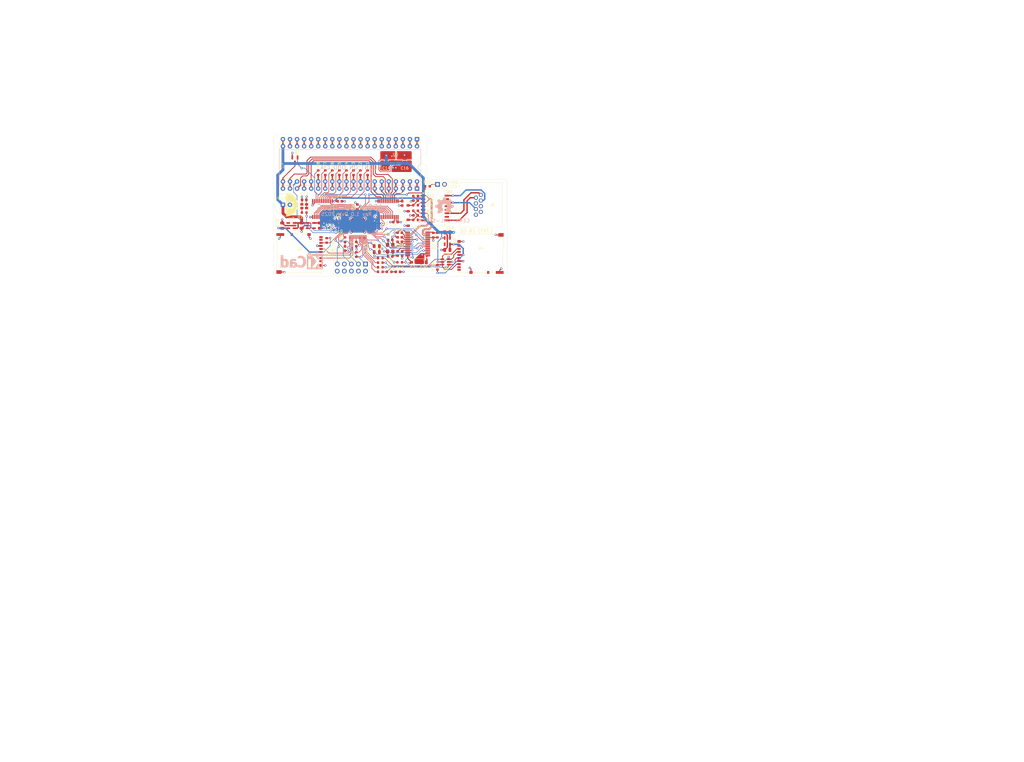
<source format=kicad_pcb>
(kicad_pcb (version 20241229) (generator "pcbnew") (generator_version "9.0")
  (title_block (title "A500 SD plus controller") (date "2025-10-19") (rev "1.0") (company "Dennis van Weeren"))
  (layers (0 "F.Cu" signal) (4 "In1.Cu" signal) (6 "In2.Cu" signal) (2 "B.Cu" signal) (13 "F.Paste" user) (15 "B.Paste" user) (5 "F.SilkS" user "F.Silkscreen") (7 "B.SilkS" user "B.Silkscreen") (1 "F.Mask" user) (3 "B.Mask" user) (25 "Edge.Cuts" user))
  (net 0 "")
  (net 1 "VCC")
  (net 2 "GND")
  (net 3 "+1V8")
  (net 4 "+3.3V")
  (net 5 "Net-(U4-PB2)")
  (net 6 "/Mainboard interface/RS2")
  (net 7 "Net-(U4-PB6)")
  (net 8 "/Mainboard interface/~{RESET}")
  (net 9 "/Mainboard interface/RS1")
  (net 10 "Net-(U4-TICK)")
  (net 11 "/Mainboard interface/~{INT}")
  (net 12 "/Mainboard interface/RS3")
  (net 13 "Net-(U4-PB4)")
  (net 14 "/Mainboard interface/D6")
  (net 15 "Net-(U4-PB7)")
  (net 16 "Net-(U4-PA2)")
  (net 17 "/Mainboard interface/R{slash}~{W}")
  (net 18 "Net-(U4-~{PC})")
  (net 19 "Net-(U4-PA4)")
  (net 20 "/Mainboard interface/S")
  (net 21 "Net-(U4-PA1)")
  (net 22 "/Mainboard interface/D2")
  (net 23 "Net-(U4-PA0)")
  (net 24 "Net-(U4-PB0)")
  (net 25 "Net-(U4-PB5)")
  (net 26 "Net-(U4-PA7)")
  (net 27 "Net-(U4-PA5)")
  (net 28 "Net-(U4-PB1)")
  (net 29 "/Mainboard interface/RS0")
  (net 30 "/Mainboard interface/~{FLAG}")
  (net 31 "/Mainboard interface/D4")
  (net 32 "Net-(U4-PA3)")
  (net 33 "/Mainboard interface/D3")
  (net 34 "Net-(U4-PA6)")
  (net 35 "/Mainboard interface/D7")
  (net 36 "/Mainboard interface/C")
  (net 37 "/Mainboard interface/E")
  (net 38 "/Mainboard interface/D5")
  (net 39 "Net-(U4-PB3)")
  (net 40 "/Mainboard interface/D1")
  (net 41 "/Mainboard interface/D0")
  (net 42 "Net-(Y1-OUT)")
  (net 43 "/Micro-SD/+3V3_SD1")
  (net 44 "/TDI")
  (net 45 "/TDO")
  (net 46 "/TMS")
  (net 47 "/DD5")
  (net 48 "/DD7")
  (net 49 "/DD3")
  (net 50 "/DD4")
  (net 51 "/DD2")
  (net 52 "/DD6")
  (net 53 "/DD0")
  (net 54 "/DD1")
  (net 55 "/CTRL.E")
  (net 56 "/CTRL.RS2")
  (net 57 "/CTRL.RS3")
  (net 58 "/CTRL.R{slash}~{W}")
  (net 59 "/CTRL.RS1")
  (net 60 "/CTRL.~{RESET}")
  (net 61 "/CTRL.RS0")
  (net 66 "/CTRL.DIR")
  (net 67 "/TCK")
  (net 68 "/Micro-SD/+3V3_SD2")
  (net 69 "Net-(D1-A)")
  (net 70 "/SD.MOSI1")
  (net 71 "/SD.SCLK1")
  (net 72 "/SD.MISO1")
  (net 73 "/SD.~{CS1}")
  (net 74 "/SD.SCLK2")
  (net 75 "/SD.MOSI2")
  (net 76 "/SD.MISO2")
  (net 77 "/SD.~{CS2}")
  (net 78 "/SD.LED")
  (net 79 "/Mainboard interface/~{CS_MB}")
  (net 80 "/CTRL.~{CS_MB}")
  (net 81 "/CTRL.~{CS_CIA}")
  (net 82 "Net-(D2-A)")
  (net 83 "/16MHz")
  (net 85 "/Ethernet/ETH.~{RST}")
  (net 86 "/Ethernet/ETH.MOSI")
  (net 87 "/Ethernet/ETH.SCLK")
  (net 88 "/Ethernet/ETH.~{CS}")
  (net 89 "/Ethernet/ETH.~{INT}")
  (net 90 "Net-(C11-Pad2)")
  (net 91 "Net-(C19-Pad2)")
  (net 92 "Net-(U10-OSC1)")
  (net 93 "Net-(C26-Pad1)")
  (net 94 "Net-(U10-VCAP)")
  (net 95 "Net-(TR1-C_RD)")
  (net 96 "Net-(TR1-C_TD)")
  (net 100 "Net-(J2-Pin_1)")
  (net 103 "Net-(J4-CLK)")
  (net 104 "Net-(J4-CMD)")
  (net 107 "Net-(J4-DAT3{slash}CD)")
  (net 108 "Net-(J4-DAT0)")
  (net 113 "Net-(U2-A1)")
  (net 114 "Net-(U2-A2)")
  (net 115 "Net-(U2-A3)")
  (net 116 "Net-(U2-A4)")
  (net 117 "Net-(U2-A5)")
  (net 118 "Net-(U2-A6)")
  (net 119 "Net-(U2-A7)")
  (net 120 "Net-(U2-A8)")
  (net 121 "Net-(U10-OSC2)")
  (net 122 "Net-(U10-LEDB)")
  (net 123 "Net-(U10-RBIAS)")
  (net 124 "Net-(TR1-RD+)")
  (net 125 "Net-(TR1-RD-)")
  (net 126 "Net-(TR1-TD+)")
  (net 127 "Net-(TR1-TD-)")
  (net 138 "/Ethernet/ETH.MISO")
  (net 149 "/DRIVE_LED")
  (net 152 "/Ethernet/TX-")
  (net 153 "/Ethernet/TX+")
  (net 154 "/Ethernet/RX+")
  (net 155 "/Ethernet/RX-")
  (net 156 "/CTRL.INT")
  (footprint "Resistor_SMD:R_0603_1608Metric" (layer "F.Cu") (at 136.652 104.775 -90)
    (property "Reference" "R9")
    (property "Value" "100R")
  )
  (footprint "Resistor_SMD:R_0603_1608Metric" (layer "F.Cu") (at 134.62 80.645 -90)
    (property "Reference" "R5")
    (property "Value" "100R")
  )
  (footprint "Capacitor_SMD:C_0805_2012Metric" (layer "F.Cu") (at 151.511 76.454 90)
    (property "Reference" "C14")
    (property "Value" "1uF")
  )
  (footprint "Resistor_SMD:R_0603_1608Metric" (layer "F.Cu") (at 152.527 116.332)
    (property "Reference" "R16")
    (property "Value" "100R")
  )
  (footprint "Capacitor_SMD:C_0603_1608Metric" (layer "F.Cu") (at 141.097 92.88 90)
    (property "Reference" "C8")
    (property "Value" "100nF")
  )
  (footprint "Capacitor_SMD:C_0603_1608Metric" (layer "F.Cu") (at 155.702 116.332 180)
    (property "Reference" "C19")
    (property "Value" "100pF")
  )
  (footprint "Capacitor_SMD:C_0805_2012Metric" (layer "F.Cu") (at 173.482 108.458)
    (property "Reference" "C21")
    (property "Value" "1uF")
  )
  (footprint "Resistor_SMD:R_0603_1608Metric" (layer "F.Cu") (at 149.352 111.379 180)
    (property "Reference" "R12" (hide yes))
    (property "Value" "100R")
  )
  (footprint "Capacitor_SMD:C_0805_2012Metric" (layer "F.Cu") (at 173.482 102.108)
    (property "Reference" "C18")
    (property "Value" "1uF")
  )
  (footprint "Capacitor_SMD:C_0603_1608Metric" (layer "F.Cu") (at 152.908 104.8766)
    (property "Reference" "C23")
    (property "Value" "22pF")
  )
  (footprint "Library:EQFP-64_7x7mm_P0.4mm" (layer "F.Cu") (at 141.267 99.611)
    (property "Reference" "U1")
    (property "Value" "5M160ZE64")
  )
  (footprint "Resistor_SMD:R_0603_1608Metric" (layer "F.Cu") (at 169.926 114.681 90)
    (property "Reference" "R18")
    (property "Value" "10K")
  )
  (footprint "Package_TO_SOT_SMD:SOT-23-5" (layer "F.Cu") (at 124.333 99.695)
    (property "Reference" "U5" (hide yes))
    (property "Value" "RT9013-18")
  )
  (footprint "Resistor_SMD:R_0603_1608Metric" (layer "F.Cu") (at 162.052 89.027 180)
    (property "Reference" "R23")
    (property "Value" "49R9")
  )
  (footprint "Capacitor_SMD:C_0603_1608Metric" (layer "F.Cu") (at 162.052 96.012 180)
    (property "Reference" "C31")
    (property "Value" "100nF")
  )
  (footprint "Capacitor_SMD:C_0805_2012Metric" (layer "F.Cu") (at 127.635 99.695 90)
    (property "Reference" "C15" (hide yes))
    (property "Value" "1uF")
  )
  (footprint "Capacitor_SMD:C_0603_1608Metric" (layer "F.Cu") (at 134.747 90.932 180)
    (property "Reference" "C1")
    (property "Value" "100nF")
  )
  (footprint "Package_DIP:DIP-40_W15.24mm" (layer "F.Cu") (at 162.56 68.58 -90)
    (property "Reference" "U4" (hide yes))
    (property "Value" "CSG8520_CIA")
  )
  (footprint "Capacitor_SMD:C_0603_1608Metric" (layer "F.Cu") (at 157.226 91.694 90)
    (property "Reference" "C2")
    (property "Value" "100nF")
  )
  (footprint "Capacitor_SMD:C_0805_2012Metric" (layer "F.Cu") (at 114.046 99.695 -90)
    (property "Reference" "C20")
    (property "Value" "1uF")
  )
  (footprint "Package_TO_SOT_SMD:SOT-23-5" (layer "F.Cu") (at 173.482 105.283 -90)
    (property "Reference" "U8")
    (property "Value" "RT9013-33")
  )
  (footprint "Package_TO_SOT_SMD:SOT-23" (layer "F.Cu") (at 118.618 76.073 -90)
    (property "Reference" "Q1")
    (property "Value" "AO3400A")
  )
  (footprint "Resistor_SMD:R_0603_1608Metric" (layer "F.Cu") (at 140.716 110.109 -90)
    (property "Reference" "R19")
    (property "Value" "470R")
  )
  (footprint "Package_SO:TSSOP-24_4.4x7.8mm_P0.65mm" (layer "F.Cu") (at 152.146 93.726 -90)
    (property "Reference" "U3")
    (property "Value" "SN74LVC4245A")
  )
  (footprint "Resistor_SMD:R_0603_1608Metric" (layer "F.Cu") (at 162.052 92.329)
    (property "Reference" "R24")
    (property "Value" "49R9")
  )
  (footprint "Package_TO_SOT_SMD:SOT-23-6" (layer "F.Cu") (at 172.847 112.776 180)
    (property "Reference" "U9")
    (property "Value" "SRV05-4")
  )
  (footprint "Resistor_SMD:R_0603_1608Metric" (layer "F.Cu") (at 169.926 103.124 -90)
    (property "Reference" "R22")
    (property "Value" "2K4")
  )
  (footprint "Inductor_SMD:L_0805_2012Metric" (layer "F.Cu") (at 159.385 93.472 90)
    (property "Reference" "L1")
    (property "Value" "600R@100MHz")
  )
  (footprint "Resistor_SMD:R_0603_1608Metric" (layer "F.Cu") (at 166.3192 85.5472)
    (property "Reference" "R10")
    (property "Value" "470R")
  )
  (footprint "Capacitor_SMD:C_0603_1608Metric" (layer "F.Cu") (at 157.226 109.728 -90)
    (property "Reference" "C27" (hide yes))
    (property "Value" "100nF")
  )
  (footprint "Capacitor_SMD:C_0603_1608Metric" (layer "F.Cu") (at 121.959 90.424)
    (property "Reference" "C12")
    (property "Value" "100nF")
  )
  (footprint "Capacitor_SMD:C_0603_1608Metric" (layer "F.Cu") (at 131.191 98.425)
    (property "Reference" "C4")
    (property "Value" "100nF")
  )
  (footprint "Capacitor_THT:CP_Radial_D8.0mm_P2.50mm" (layer "F.Cu") (at 114.3 92.202)
    (property "Reference" "C13")
    (property "Value" "100uF/16V")
  )
  (footprint "Resistor_SMD:R_0603_1608Metric" (layer "F.Cu") (at 139.7 80.645 -90)
    (property "Reference" "R3")
    (property "Value" "100R")
  )
  (footprint "Resistor_SMD:R_0603_1608Metric" (layer "F.Cu") (at 168.402 103.124 -90)
    (property "Reference" "R27")
    (property "Value" "68K")
  )
  (footprint "Capacitor_SMD:C_0603_1608Metric" (layer "F.Cu") (at 152.908 110.8202 180)
    (property "Reference" "C26")
    (property "Value" "22pF")
  )
  (footprint "Resistor_SMD:R_0603_1608Metric" (layer "F.Cu") (at 162.052 97.663)
    (property "Reference" "R26")
    (property "Value" "49R9")
  )
  (footprint "Connector_Card:microSD_HC_Hirose_DM3AT-SF-PEJM5" (layer "F.Cu") (at 120.269 109.728 -90)
    (property "Reference" "J3")
    (property "Value" "Micro_SD_Card_Det2")
  )
  (footprint "Capacitor_SMD:C_0603_1608Metric" (layer "F.Cu") (at 148.125 98.933)
    (property "Reference" "C9")
    (property "Value" "100nF")
  )
  (footprint "Resistor_SMD:R_0603_1608Metric" (layer "F.Cu") (at 144.78 80.645 -90)
    (property "Reference" "R1")
    (property "Value" "100R")
  )
  (footprint "Resistor_SMD:R_0603_1608Metric" (layer "F.Cu") (at 142.1892 80.645 -90)
    (property "Reference" "R2")
    (property "Value" "100R")
  )
  (footprint "Connector_PinHeader_2.54mm:PinHeader_2x05_P2.54mm_Vertical" (layer "F.Cu") (at 144.018 113.533 -90)
    (property "Reference" "J1" (hide yes))
    (property "Value" "JTAG")
  )
  (footprint "LED_SMD:LED_0805_2012Metric" (layer "F.Cu") (at 148.082 109.22 180)
    (property "Reference" "D2" (hide yes))
    (property "Value" "RED")
  )
  (footprint "Capacitor_SMD:C_0603_1608Metric" (layer "F.Cu") (at 148.125 100.711)
    (property "Reference" "C6")
    (property "Value" "100nF")
  )
  (footprint "Connector_Card:microSD_HC_Hirose_DM3AT-SF-PEJM5" (layer "F.Cu") (at 185.42 109.728 90)
    (property "Reference" "J4")
    (property "Value" "Micro_SD_Card_Det2")
  )
  (footprint "Resistor_SMD:R_0603_1608Metric" (layer "F.Cu") (at 162.052 94.361 180)
    (property "Reference" "R25")
    (property "Value" "49R9")
  )
  (footprint "Connector_PinHeader_2.54mm:PinHeader_1x02_P2.54mm_Vertical" (layer "F.Cu") (at 169.926 84.836 90)
    (property "Reference" "J2" (hide yes))
    (property "Value" "Conn_01x02")
  )
  (footprint "Package_TO_SOT_SMD:SOT-23-5" (layer "F.Cu") (at 117.348 99.695 180)
    (property "Reference" "U7")
    (property "Value" "RT9013-33")
  )
  (footprint "Resistor_SMD:R_0603_1608Metric" (layer "F.Cu") (at 132.08 80.645 -90)
    (property "Reference" "R6")
    (property "Value" "100R")
  )
  (footprint "Capacitor_SMD:C_0805_2012Metric" (layer "F.Cu") (at 121.031 99.695 90)
    (property "Reference" "C17" (hide yes))
    (property "Value" "1uF")
  )
  (footprint "Resistor_SMD:R_0603_1608Metric" (layer "F.Cu") (at 127 80.645 -90)
    (property "Reference" "R8")
    (property "Value" "100R")
  )
  (footprint "Inductor_SMD:L_0805_2012Metric" (layer "F.Cu") (at 159.385 98.679 90)
    (property "Reference" "L2")
    (property "Value" "600R@100MHz")
  )
  (footprint "Library:R-RJ45R08P-A004" (layer "F.Cu") (at 183.767 92.208 90)
    (property "Reference" "J5")
    (property "Value" "RJ45")
  )
  (footprint "Capacitor_SMD:C_0603_1608Metric" (layer "F.Cu") (at 156.337 102.235)
    (property "Reference" "C28")
    (property "Value" "100nF")
  )
  (footprint "Capacitor_SMD:C_0603_1608Metric" (layer "F.Cu") (at 156.337 105.537 180)
    (property "Reference" "C25")
    (property "Value" "100nF")
  )
  (footprint "Capacitor_SMD:C_0603_1608Metric" (layer "F.Cu") (at 136.652 107.95 90)
    (property "Reference" "C11")
    (property "Value" "100pF")
  )
  (footprint "LED_SMD:LED_0805_2012Metric" (layer "F.Cu") (at 148.082 107.061 180)
    (property "Reference" "D1" (hide yes))
    (property "Value" "RED")
  )
  (footprint "Capacitor_SMD:C_0805_2012Metric" (layer "F.Cu") (at 158.115 76.454 90)
    (property "Reference" "C16")
    (property "Value" "1uF")
  )
  (footprint "Resistor_SMD:R_0603_1608Metric" (layer "F.Cu") (at 137.16 80.645 -90)
    (property "Reference" "R4")
    (property "Value" "100R")
  )
  (footprint "Capacitor_SMD:C_0603_1608Metric" (layer "F.Cu") (at 134.366 99.568 180)
    (property "Reference" "C10")
    (property "Value" "100nF")
  )
  (footprint "Package_TO_SOT_SMD:SOT-23-5" (layer "F.Cu") (at 154.813 76.454)
    (property "Reference" "U6")
    (property "Value" "RT9013-33")
  )
  (footprint "Capacitor_SMD:C_0603_1608Metric" (layer "F.Cu") (at 140.716 106.342 -90)
    (property "Reference" "C7")
    (property "Value" "100nF")
  )
  (footprint "Resistor_SMD:R_0603_1608Metric" (layer "F.Cu") (at 149.352 114.681 180)
    (property "Reference" "R14" (hide yes))
    (property "Value" "100R")
  )
  (footprint "Resistor_SMD:R_0603_1608Metric" (layer "F.Cu") (at 130.048 105.029 -90)
    (property "Reference" "R17")
    (property "Value" "10K")
  )
  (footprint "Capacitor_SMD:C_0603_1608Metric" (layer "F.Cu") (at 162.052 90.678 180)
    (property "Reference" "C30")
    (property "Value" "100nF")
  )
  (footprint "Resistor_SMD:R_0603_1608Metric" (layer "F.Cu") (at 156.337 112.903 180)
    (property "Reference" "R21" (hide yes))
    (property "Value" "470R")
  )
  (footprint "Package_SO:SSOP-28_5.3x10.2mm_P0.65mm" (layer "F.Cu") (at 162.814 106.299 180)
    (property "Reference" "U10")
    (property "Value" "ENC28J60")
  )
  (footprint "Capacitor_SMD:C_0603_1608Metric" (layer "F.Cu") (at 154.813 98.425)
    (property "Reference" "C5")
    (property "Value" "100nF")
  )
  (footprint "Capacitor_SMD:C_0805_2012Metric" (layer "F.Cu") (at 164.973 112.903)
    (property "Reference" "C29")
    (property "Value" "10uF")
  )
  (footprint "Resistor_SMD:R_0603_1608Metric" (layer "F.Cu") (at 149.352 116.332 180)
    (property "Reference" "R15" (hide yes))
    (property "Value" "100R")
  )
  (footprint "Package_SO:TSSOP-24_4.4x7.8mm_P0.65mm" (layer "F.Cu") (at 128.524 93.726 -90)
    (property "Reference" "U2")
    (property "Value" "SN74LVC4245A")
  )
  (footprint "Capacitor_SMD:C_0603_1608Metric" (layer "F.Cu") (at 156.337 103.886 180)
    (property "Reference" "C22" (hide yes))
    (property "Value" "100nF")
  )
  (footprint "Resistor_SMD:R_0603_1608Metric" (layer "F.Cu") (at 129.54 80.645 -90)
    (property "Reference" "R7")
    (property "Value" "100R")
  )
  (footprint "Resistor_SMD:R_0603_1608Metric" (layer "F.Cu") (at 155.575 109.728 90)
    (property "Reference" "R20" (hide yes))
    (property "Value" "0R")
  )
  (footprint "Capacitor_SMD:C_0603_1608Metric" (layer "F.Cu") (at 161.417 112.903)
    (property "Reference" "C24")
    (property "Value" "100nF")
  )
  (footprint "Resistor_SMD:R_0603_1608Metric" (layer "F.Cu") (at 121.959 94.996)
    (property "Reference" "R11")
    (property "Value" "100R")
  )
  (footprint "Transformer_SMD:Transformer_Ethernet_Bourns_PT61017PEL" (layer "F.Cu") (at 169.037 93.345)
    (property "Reference" "TR1")
    (property "Value" "H1102NLT")
  )
  (footprint "Crystal:Crystal_SMD_SeikoEpson_FA238V-4Pin_3.2x2.5mm" (layer "F.Cu") (at 152.908 107.823 90)
    (property "Reference" "Y2")
    (property "Value" "25.0MHz")
  )
  (footprint "Capacitor_SMD:C_0603_1608Metric" (layer "F.Cu") (at 134.366 98.044 180)
    (property "Reference" "C3")
    (property "Value" "100nF")
  )
  (footprint "Oscillator:Oscillator_SMD_SeikoEpson_SG210-4Pin_2.5x2.0mm" (layer "F.Cu") (at 121.959 92.71 180)
    (property "Reference" "Y1" (hide yes))
    (property "Value" "16MHz")
  )
  (footprint "Resistor_SMD:R_0603_1608Metric" (layer "F.Cu") (at 149.352 113.03 180)
    (property "Reference" "R13" (hide yes))
    (property "Value" "100R")
  )
  (footprint "Symbol:KiCad-Logo_6mm_SilkScreen" (layer "B.Cu") (at 121.031 112.395 180)
    (property "Reference" "REF**" (hide yes))
    (property "Value" "KiCad-Logo_6mm_SilkScreen" (hide yes))
  )
  (footprint "Package_DIP:DIP-40_W15.24mm" (layer "B.Cu") (at 162.560001 86.36 90)
    (property "Reference" "K1")
    (property "Value" "DIP_socket_40pins")
  )
  (footprint "Symbol:OSHW-Symbol_6.7x6mm_SilkScreen" (layer "B.Cu") (at 172.466 92.456 180)
    (property "Reference" "REF**" (hide yes))
    (property "Value" "OSHW-Symbol_6.7x6mm_SilkScreen" (hide yes))
  )
  (gr_line (start 112 118.000001) (end 194 117.999999) (stroke (width 0.05)) (layer "Edge.Cuts"))
  (gr_line (start 166.000004 81.999998) (end 166 78) (stroke (width 0.05)) (layer "Edge.Cuts"))
  (gr_line (start 194.999999 117) (end 195 84) (stroke (width 0.05)) (layer "Edge.Cuts"))
  (gr_arc (start 194 83) (mid 194.707107 83.292893) (end 195 84) (stroke (width 0.05)) (layer "Edge.Cuts"))
  (gr_arc (start 194.999999 117) (mid 194.707106 117.707106) (end 194 117.999999) (stroke (width 0.05)) (layer "Edge.Cuts"))
  (gr_arc (start 166.999998 82.999998) (mid 166.292891 82.707105) (end 165.999998 81.999998) (stroke (width 0.05)) (layer "Edge.Cuts"))
  (gr_line (start 194 83) (end 167 83) (stroke (width 0.05)) (layer "Edge.Cuts"))
  (gr_line (start 166 74) (end 166 68) (stroke (width 0.05)) (layer "Edge.Cuts"))
  (gr_arc (start 166 78) (mid 164 76) (end 166 74) (stroke (width 0.05)) (layer "Edge.Cuts"))
  (gr_arc (start 111 68) (mid 111.292893 67.292893) (end 112 67) (stroke (width 0.05)) (layer "Edge.Cuts"))
  (gr_arc (start 112.000002 118.000001) (mid 111.292895 117.707108) (end 111.000002 117.000001) (stroke (width 0.05)) (layer "Edge.Cuts"))
  (gr_arc (start 165 67) (mid 165.707107 67.292893) (end 166 68) (stroke (width 0.05)) (layer "Edge.Cuts"))
  (gr_line (start 165 67) (end 112 67) (stroke (width 0.05)) (layer "Edge.Cuts"))
  (gr_line (start 110.999999 68) (end 110.999999 117) (stroke (width 0.05)) (layer "Edge.Cuts"))
  (gr_text "JTAG" (at 134.8232 112.014 0) (layer "F.SilkS") (effects (font (size 1 1) (thickness 0.1)) (justify left bottom)))
  (gr_text "SD #1 (EXT.)" (at 177.927 102.235 0) (layer "F.SilkS") (effects (font (size 1.2 1.2)) (justify left bottom)))
  (gr_text "SD" (at 143.1036 107.7976 0) (layer "F.SilkS") (effects (font (size 1.2 1.2)) (justify left bottom)))
  (gr_text "HDD\nLED" (at 174.3456 86.2584 0) (layer "F.SilkS") (effects (font (size 1 1) (thickness 0.125)) (justify left bottom)))
  (gr_text "ETH" (at 143.0528 110.1344 0) (layer "F.SilkS") (effects (font (size 1.2 1.2)) (justify left bottom)))
  (gr_text "SD#0\n(INT.)" (at 131.5212 111.3536 0) (layer "F.SilkS") (effects (font (size 1.2 1.2)) (justify bottom)))
  (gr_text "Rev 1.0 DvW 2025" (at 146.3548 96.3168 0) (layer "B.SilkS") (effects (font (size 1.3 1.3) (thickness 0.1625)) (justify left bottom mirror)))
  (gr_text "A500-SD-PLUS\n" (at 138.3284 94.3356 0) (layer "B.SilkS") (effects (font (size 2 2) (thickness 0.25)) (justify bottom mirror)))
  (gr_text "MOUNT ON ODD CIA" (at 150.114 79.629 0) (layer "B.SilkS") (effects (font (size 1.5 1.5) (thickness 0.1875)) (justify left bottom mirror)))
  (gr_text "CERN-OHL-S V2.0" (at 181.61 98.679 0) (layer "B.SilkS") (effects (font (size 1.3 1.3) (thickness 0.1625)) (justify left bottom mirror)))
  (segment (start 121.031 98.745001) (end 123.1955 98.745) (width 0.5) (layer "F.Cu") (net 1))
  (segment (start 174.431999 102.108) (end 174.431999 104.1455) (width 0.5) (layer "F.Cu") (net 1))
  (segment (start 153.6755 77.403999) (end 153.6755 77.8455) (width 0.2) (layer "F.Cu") (net 1))
  (segment (start 119.761 98.745001) (end 121.031 98.745001) (width 0.5) (layer "F.Cu") (net 1))
  (segment (start 118.4855 98.745001) (end 119.761 98.745001) (width 0.5) (layer "F.Cu") (net 1))
  (segment (start 171.4555 104.1455) (end 171.45 104.14) (width 0.3) (layer "F.Cu") (net 1))
  (segment (start 124.145 98.745) (end 124.333 98.933) (width 0.3) (layer "F.Cu") (net 1))
  (segment (start 133.972 90.932) (end 132.842 90.932) (width 0.3) (layer "F.Cu") (net 1))
  (segment (start 149.666999 75.504001) (end 151.511 75.504001) (width 0.2) (layer "F.Cu") (net 1))
  (segment (start 148.844 79.756) (end 148.844 76.327) (width 0.2) (layer "F.Cu") (net 1))
  (segment (start 123.1955 98.745) (end 124.145 98.745) (width 0.3) (layer "F.Cu") (net 1))
  (segment (start 172.532001 104.1455) (end 171.4555 104.1455) (width 0.3) (layer "F.Cu") (net 1))
  (segment (start 148.844 76.327) (end 149.666999 75.504001) (width 0.2) (layer "F.Cu") (net 1))
  (segment (start 119.761 98.745001) (end 119.761 100.33) (width 0.5) (layer "F.Cu") (net 1))
  (segment (start 155.7765 90.919) (end 155.721 90.8635) (width 0.3) (layer "F.Cu") (net 1))
  (segment (start 157.226 90.919) (end 155.7765 90.919) (width 0.3) (layer "F.Cu") (net 1))
  (segment (start 171.7095 112.776) (end 170.053 112.776) (width 0.3) (layer "F.Cu") (net 1))
  (segment (start 153.6755 77.8455) (end 153.035 78.486) (width 0.2) (layer "F.Cu") (net 1))
  (segment (start 119.446001 100.644999) (end 118.4855 100.644999) (width 0.5) (layer "F.Cu") (net 1))
  (segment (start 132.7735 90.8635) (end 132.842 90.932) (width 0.3) (layer "F.Cu") (net 1))
  (segment (start 114.3 68.58) (end 114.300001 71.12) (width 0.5) (layer "F.Cu") (net 1))
  (segment (start 152.781 80.264) (end 149.352 80.264) (width 0.2) (layer "F.Cu") (net 1))
  (segment (start 157.226 90.919) (end 157.226 89.789) (width 0.3) (layer "F.Cu") (net 1))
  (segment (start 121.031 96.901) (end 120.65 96.52) (width 1) (layer "F.Cu") (net 1))
  (segment (start 155.071 90.8635) (end 155.721 90.8635) (width 0.3) (layer "F.Cu") (net 1))
  (segment (start 120.65 96.52) (end 115.57 96.52) (width 1) (layer "F.Cu") (net 1))
  (segment (start 132.099 90.8635) (end 132.7735 90.8635) (width 0.3) (layer "F.Cu") (net 1))
  (segment (start 119.761 100.33) (end 119.446001 100.644999) (width 0.5) (layer "F.Cu") (net 1))
  (segment (start 153.035 78.486) (end 153.035 80.01) (width 0.2) (layer "F.Cu") (net 1))
  (segment (start 124.333 100.457) (end 124.145 100.645) (width 0.3) (layer "F.Cu") (net 1))
  (segment (start 153.035 80.01) (end 152.781 80.264) (width 0.2) (layer "F.Cu") (net 1))
  (segment (start 124.333 98.933) (end 124.333 100.457) (width 0.3) (layer "F.Cu") (net 1))
  (segment (start 114.3 95.25) (end 114.3 92.202) (width 1) (layer "F.Cu") (net 1))
  (segment (start 115.57 96.52) (end 114.3 95.25) (width 1) (layer "F.Cu") (net 1))
  (segment (start 174.431999 102.108) (end 175.768 102.108) (width 0.5) (layer "F.Cu") (net 1))
  (segment (start 149.352 80.264) (end 148.844 79.756) (width 0.2) (layer "F.Cu") (net 1))
  (segment (start 124.145 100.645) (end 123.1955 100.645) (width 0.3) (layer "F.Cu") (net 1))
  (segment (start 121.031 98.745001) (end 121.031 96.901) (width 1) (layer "F.Cu") (net 1))
  (via (at 171.45 104.14) (size 0.8) (drill 0.4) (layers "F.Cu" "B.Cu") (net 1))
  (via (at 175.768 102.108) (size 0.8) (drill 0.4) (layers "F.Cu" "B.Cu") (net 1))
  (via (at 157.226 89.789) (size 0.8) (drill 0.4) (layers "F.Cu" "B.Cu") (net 1))
  (via (at 170.053 112.776) (size 0.8) (drill 0.4) (layers "F.Cu" "B.Cu") (net 1))
  (via (at 151.511 74.422) (size 0.8) (drill 0.4) (layers "F.Cu" "B.Cu") (net 1))
  (via (at 132.842 90.932) (size 0.8) (drill 0.4) (layers "F.Cu" "B.Cu") (net 1))
  (segment (start 157.226 89.789) (end 133.985 89.789) (width 0.5) (layer "B.Cu") (net 1))
  (segment (start 114.300001 79.628999) (end 114.300001 77.216) (width 1) (layer "B.Cu") (net 1))
  (segment (start 112.395 90.297) (end 112.395 81.534) (width 1) (layer "B.Cu") (net 1))
  (segment (start 133.985 89.789) (end 132.842 90.932) (width 0.5) (layer "B.Cu") (net 1))
  (segment (start 159.639 77.343) (end 164.846 82.55) (width 1) (layer "B.Cu") (net 1))
  (segment (start 114.300001 77.216) (end 114.427001 77.343) (width 1) (layer "B.Cu") (net 1))
  (segment (start 170.053 105.537) (end 171.45 104.14) (width 0.3) (layer "B.Cu") (net 1))
  (segment (start 157.226 89.789) (end 164.619 89.789) (width 0.5) (layer "B.Cu") (net 1))
  (segment (start 114.427001 77.343) (end 151.511 77.343) (width 1) (layer "B.Cu") (net 1))
  (segment (start 164.846 96.52) (end 170.434 102.108) (width 1) (layer "B.Cu") (net 1))
  (segment (start 151.511 77.343) (end 151.511 74.422) (width 1) (layer "B.Cu") (net 1))
  (segment (start 114.300001 77.216) (end 114.300001 71.12) (width 1) (layer "B.Cu") (net 1))
  (segment (start 171.45 104.14) (end 171.45 102.108) (width 0.3) (layer "B.Cu") (net 1))
  (segment (start 114.3 92.202) (end 112.395 90.297) (width 1) (layer "B.Cu") (net 1))
  (segment (start 170.053 112.776) (end 170.053 105.537) (width 0.3) (layer "B.Cu") (net 1))
  (segment (start 151.511 77.343) (end 159.639 77.343) (width 1) (layer "B.Cu") (net 1))
  (segment (start 112.395 81.534) (end 114.300001 79.628999) (width 1) (layer "B.Cu") (net 1))
  (segment (start 164.846 82.55) (end 164.846 96.52) (width 1) (layer "B.Cu") (net 1))
  (segment (start 171.45 102.108) (end 175.768 102.108) (width 1) (layer "B.Cu") (net 1))
  (segment (start 170.434 102.108) (end 171.45 102.108) (width 1) (layer "B.Cu") (net 1))
  (segment (start 147.7695 96.5885) (end 148.571 96.5885) (width 0.3) (layer "F.Cu") (net 2))
  (segment (start 114.752 116.403) (end 114.808 116.459) (width 0.3) (layer "F.Cu") (net 2))
  (segment (start 149.019501 108.077) (end 149.987 108.077) (width 0.2) (layer "F.Cu") (net 2))
  (segment (start 141.308 99.611) (end 143.764 97.155) (width 1) (layer "F.Cu") (net 2))
  (segment (start 157.988 103.78848) (end 157.988 103.111) (width 0.3) (layer "F.Cu") (net 2))
  (segment (start 158.22352 104.024) (end 157.988 103.78848) (width 0.3) (layer "F.Cu") (net 2))
  (segment (start 179.19 105.403) (end 179.197 105.41) (width 0.3) (layer "F.Cu") (net 2))
  (segment (start 169.926 103.949) (end 168.402 103.949) (width 0.3) (layer "F.Cu") (net 2))
  (segment (start 130.799 96.5885) (end 130.799 98.042) (width 0.3) (layer "F.Cu") (net 2))
  (segment (start 128.971001 100.644999) (end 129.032 100.584) (width 0.5) (layer "F.Cu") (net 2))
  (segment (start 154.038 98.425) (end 152.908 98.425) (width 0.3) (layer "F.Cu") (net 2))
  (segment (start 164.7 109.874) (end 164.4015 110.1725) (width 0.4) (layer "F.Cu") (net 2))
  (segment (start 133.591 97.396) (end 133.223 97.028) (width 0.3) (layer "F.Cu") (net 2))
  (segment (start 141.267 99.611) (end 143.764 102.108) (width 1) (layer "F.Cu") (net 2))
  (segment (start 154.421 96.5885) (end 154.421 98.042) (width 0.3) (layer "F.Cu") (net 2))
  (segment (start 148.9 100.711) (end 149.9108 100.711) (width 0.3) (layer "F.Cu") (net 2))
  (segment (start 190.937 103.053) (end 190.881 102.997) (width 0.3) (layer "F.Cu") (net 2))
  (segment (start 181.995 116.553) (end 181.995 115.32) (width 0.3) (layer "F.Cu") (net 2))
  (segment (start 160.711 106.624) (end 160.782 106.553) (width 0.3) (layer "F.Cu") (net 2))
  (segment (start 161.277 96.012) (end 160.147 96.012) (width 0.3) (layer "F.Cu") (net 2))
  (segment (start 124.8905 96.647) (end 124.949 96.5885) (width 0.3) (layer "F.Cu") (net 2))
  (segment (start 125.599 91.698) (end 124.968 92.329) (width 0.3) (layer "F.Cu") (net 2))
  (segment (start 149.019501 108.077) (end 149.019501 109.22) (width 0.2) (layer "F.Cu") (net 2))
  (segment (start 133.5532 99.568) (end 132.842 100.2792) (width 0.3) (layer "F.Cu") (net 2))
  (segment (start 123.694 102.903) (end 123.694 103.882) (width 0.3) (layer "F.Cu") (net 2))
  (segment (start 141.267 99.611) (end 141.308 99.611) (width 1) (layer "F.Cu") (net 2))
  (segment (start 173.482 104.1455) (end 173.482 107.508001) (width 0.5) (layer "F.Cu") (net 2))
  (segment (start 151.958 109.023001) (end 150.806001 109.023001) (width 0.3) (layer "F.Cu") (net 2))
  (segment (start 149.019501 107.061) (end 149.019501 108.077) (width 0.2) (layer "F.Cu") (net 2))
  (segment (start 164.4015 110.1725) (end 164.023001 110.550999) (width 0.4) (layer "F.Cu") (net 2))
  (segment (start 149.9108 100.711) (end 149.9362 100.7364) (width 0.2) (layer "F.Cu") (net 2))
  (segment (start 127.994 114.053) (end 129.533 114.053) (width 0.3) (layer "F.Cu") (net 2))
  (segment (start 159.214 106.624) (end 160.711 106.624) (width 0.3) (layer "F.Cu") (net 2))
  (segment (start 121.031 100.644999) (end 121.031 101.854) (width 0.5) (layer "F.Cu") (net 2))
  (segment (start 141.0508 92.105) (end 141.097 92.105) (width 0.3) (layer "F.Cu") (net 2))
  (segment (start 150.806001 109.023001) (end 150.749 108.966) (width 0.3) (layer "F.Cu") (net 2))
  (segment (start 153.858 105.0516) (end 153.683 104.8766) (width 0.3) (layer "F.Cu") (net 2))
  (segment (start 121.184 89.395) (end 121.1335 89.3445) (width 0.2) (layer "F.Cu") (net 2))
  (segment (start 140.843 108.204) (end 140.843 107.959741) (width 0.3) (layer "F.Cu") (net 2))
  (segment (start 135.522 90.932) (end 136.525 90.932) (width 0.3) (layer "F.Cu") (net 2))
  (segment (start 126.688 107.003) (end 126.619 106.934) (width 0.5) (layer "F.Cu") (net 2))
  (segment (start 124.949 90.8635) (end 124.949 92.31) (width 0.3) (layer "F.Cu") (net 2))
  (segment (start 118.4855 99.695) (end 114.995999 99.695) (width 0.5) (layer "F.Cu") (net 2))
  (segment (start 140.335 91.3892) (end 141.0508 92.105) (width 0.3) (layer "F.Cu") (net 2))
  (segment (start 130.799 98.042) (end 130.416 98.425) (width 0.3) (layer "F.Cu") (net 2))
  (segment (start 117.668 75.1355) (end 117.668 73.594) (width 0.3) (layer "F.Cu") (net 2))
  (segment (start 141.267 99.611) (end 141.267 99.525) (width 0.2) (layer "F.Cu") (net 2))
  (segment (start 160.203 105.974) (end 160.782 106.553) (width 0.3) (layer "F.Cu") (net 2))
  (segment (start 172.532001 108.458) (end 171.323 108.458) (width 0.5) (layer "F.Cu") (net 2))
  (segment (start 159.214001 104.024) (end 158.22352 104.024) (width 0.3) (layer "F.Cu") (net 2))
  (segment (start 141.267 99.652) (end 138.811 102.108) (width 1) (layer "F.Cu") (net 2))
  (segment (start 141.181 99.525) (end 141.267 99.525) (width 1) (layer "F.Cu") (net 2))
  (segment (start 156.388 106.363) (end 155.562 105.537) (width 0.3) (layer "F.Cu") (net 2))
  (segment (start 157.689411 106.363) (end 156.388 106.363) (width 0.3) (layer "F.Cu") (net 2))
  (segment (start 124.079 96.647) (end 124.8905 96.647) (width 0.3) (layer "F.Cu") (net 2))
  (segment (start 155.067 103.886) (end 154.559 103.378) (width 0.3) (layer "F.Cu") (net 2))
  (segment (start 162.192 112.903) (end 164.023001 112.903) (width 0.4) (layer "F.Cu") (net 2))
  (segment (start 130.416 99.428) (end 130.429 99.441) (width 0.3) (layer "F.Cu") (net 2))
  (segment (start 179.128 112.453) (end 179.163041 112.488041) (width 0.5) (layer "F.Cu") (net 2))
  (segment (start 192.795 103.053) (end 190.937 103.053) (width 0.3) (layer "F.Cu") (net 2))
  (segment (start 155.562 103.886) (end 155.067 103.886) (width 0.3) (layer "F.Cu") (net 2))
  (segment (start 121.184 91.985) (end 121.109 92.06) (width 0.2) (layer "F.Cu") (net 2))
  (segment (start 164.023001 110.550999) (end 164.023001 112.903) (width 0.4) (layer "F.Cu") (net 2))
  (segment (start 153.683 103.899) (end 153.67 103.886) (width 0.3) (layer "F.Cu") (net 2))
  (segment (start 160.644 104.024) (end 160.782 103.886) (width 0.3) (layer "F.Cu") (net 2))
  (segment (start 159.214 105.974) (end 160.203 105.974) (width 0.3) (layer "F.Cu") (net 2))
  (segment (start 168.402 103.949) (end 168.402 105.029) (width 0.3) (layer "F.Cu") (net 2))
  (segment (start 123.1955 99.695) (end 121.980999 99.695) (width 0.5) (layer "F.Cu") (net 2))
  (segment (start 156.477 116.332) (end 157.734 116.332) (width 0.3) (layer "F.Cu") (net 2))
  (segment (start 173.482 107.508001) (end 172.532001 108.458) (width 0.5) (layer "F.Cu") (net 2))
  (segment (start 121.980999 99.695) (end 121.031 100.644999) (width 0.5) (layer "F.Cu") (net 2))
  (segment (start 181.995 115.32) (end 181.61 114.935) (width 0.3) (layer "F.Cu") (net 2))
  (segment (start 172.532001 102.108) (end 173.482 103.057999) (width 0.5) (layer "F.Cu") (net 2))
  (segment (start 173.9845 112.776) (end 175.26 112.776) (width 0.5) (layer "F.Cu") (net 2))
  (segment (start 141.267 99.525) (end 141.267 99.652) (width 1) (layer "F.Cu") (net 2))
  (segment (start 148.9 98.933) (end 149.86 98.933) (width 0.3) (layer "F.Cu") (net 2))
  (segment (start 149.221 90.8635) (end 148.571 90.8635) (width 0.3) (layer "F.Cu") (net 2))
  (segment (start 166.413999 104.024) (end 168.327 104.024) (width 0.3) (layer "F.Cu") (net 2))
  (segment (start 114.046 98.745001) (end 114.046 97.536) (width 0.5) (layer "F.Cu") (net 2))
  (segment (start 137.655 108.725) (end 137.668 108.712) (width 0.2) (layer "F.Cu") (net 2))
  (segment (start 138.811 97.155) (end 141.181 99.525) (width 1) (layer "F.Cu") (net 2))
  (segment (start 112.894 116.403) (end 114.752 116.403) (width 0.3) (layer "F.Cu") (net 2))
  (segment (start 161.277 90.678) (end 160.694461 90.678) (width 0.3) (layer "F.Cu") (net 2))
  (segment (start 157.226 92.469) (end 156.096 92.469) (width 0.3) (layer "F.Cu") (net 2))
  (segment (start 133.591 99.568) (end 133.5532 99.568) (width 0.3) (layer "F.Cu") (net 2))
  (segment (start 113.344 102.903) (end 113.344 103.953) (width 0.3) (layer "F.Cu") (net 2))
  (segment (start 148.571 90.8635) (end 147.826501 90.863499) (width 0.3) (layer "F.Cu") (net 2))
  (segment (start 158.078411 105.974) (end 157.689411 106.363) (width 0.3) (layer "F.Cu") (net 2))
  (segment (start 129.533 114.053) (end 129.54 114.046) (width 0.3) (layer "F.Cu") (net 2))
  (segment (start 153.683 104.8766) (end 153.683 103.899) (width 0.3) (layer "F.Cu") (net 2))
  (segment (start 160.694461 90.678) (end 160.383461 90.989) (width 0.3) (layer "F.Cu") (net 2))
  (segment (start 151.958 109.023001) (end 151.958 110.6452) (width 0.3) (layer "F.Cu") (net 2))
  (segment (start 121.184 90.424) (end 121.184 89.395) (width 0.2) (layer "F.Cu") (net 2))
  (segment (start 121.184 90.424) (end 121.184 91.985) (width 0.2) (layer "F.Cu") (net 2))
  (segment (start 192.345 115.757) (end 192.913 115.189) (width 0.3) (layer "F.Cu") (net 2))
  (segment (start 133.591 98.044) (end 133.591 97.396) (width 0.3) (layer "F.Cu") (net 2))
  (segment (start 177.695 112.453) (end 179.128 112.453) (width 0.5) (layer "F.Cu") (net 2))
  (segment (start 130.416 98.425) (end 130.416 99.428) (width 0.3) (layer "F.Cu") (net 2))
  (segment (start 140.716 107.832741) (end 140.716 107.117) (width 0.3) (layer "F.Cu") (net 2))
  (segment (start 154.421 98.042) (end 154.038 98.425) (width 0.3) (layer "F.Cu") (net 2))
  (segment (start 156.096 92.469) (end 156.083 92.456) (width 0.3) (layer "F.Cu") (net 2))
  (segment (start 153.858 106.622999) (end 153.858 105.0516) (width 0.3) (layer "F.Cu") (net 2))
  (segment (start 157.988 103.111) (end 157.112 102.235) (width 0.3) (layer "F.Cu") (net 2))
  (segment (start 114.995999 99.695) (end 114.046 98.745001) (width 0.5) (layer "F.Cu") (net 2))
  (segment (start 162.56 68.58) (end 162.560001 71.12) (width 0.5) (layer "F.Cu") (net 2))
  (segment (start 192.345 116.553) (end 192.345 115.757) (width 0.3) (layer "F.Cu") (net 2))
  (segment (start 151.958 110.6452) (end 152.133 110.8202) (width 0.3) (layer "F.Cu") (net 2))
  (segment (start 173.482 103.057999) (end 173.482 104.1455) (width 0.5) (layer "F.Cu") (net 2))
  (segment (start 166.414 109.874) (end 164.7 109.874) (width 0.4) (layer "F.Cu") (net 2))
  (segment (start 124.949 92.31) (end 124.968 92.329) (width 0.3) (layer "F.Cu") (net 2))
  (segment (start 140.843 107.959741) (end 140.716 107.832741) (width 0.3) (layer "F.Cu") (net 2))
  (segment (start 127.635 100.644999) (end 128.971001 100.644999) (width 0.5) (layer "F.Cu") (net 2))
  (segment (start 147.574 96.393) (end 147.7695 96.5885) (width 0.3) (layer "F.Cu") (net 2))
  (segment (start 123.694 103.882) (end 124.206 104.394) (width 0.3) (layer "F.Cu") (net 2))
  (segment (start 168.327 104.024) (end 168.402 103.949) (width 0.3) (layer "F.Cu") (net 2))
  (segment (start 136.652 108.725) (end 137.655 108.725) (width 0.2) (layer "F.Cu") (net 2))
  (segment (start 159.214001 104.024) (end 160.644 104.024) (width 0.3) (layer "F.Cu") (net 2))
  (segment (start 177.695 105.403) (end 179.19 105.403) (width 0.3) (layer "F.Cu") (net 2))
  (segment (start 127.994 107.003) (end 126.688 107.003) (width 0.5) (layer "F.Cu") (net 2))
  (segment (start 125.599 90.8635) (end 125.599 91.698) (width 0.3) (layer "F.Cu") (net 2))
  (segment (start 117.668 73.594) (end 117.729 73.533) (width 0.3) (layer "F.Cu") (net 2))
  (segment (start 159.214 105.974) (end 158.078411 105.974) (width 0.3) (layer "F.Cu") (net 2))
  (segment (start 157.226 110.503) (end 157.226 111.506) (width 0.3) (layer "F.Cu") (net 2))
  (segment (start 113.344 103.953) (end 112.903 104.394) (width 0.3) (layer "F.Cu") (net 2))
  (via (at 133.223 97.028) (size 0.8) (drill 0.4) (layers "F.Cu" "B.Cu") (net 2))
  (via (at 137.668 108.712) (size 0.8) (drill 0.4) (layers "F.Cu" "B.Cu") (net 2))
  (via (at 160.147 96.012) (size 0.8) (drill 0.4) (layers "F.Cu" "B.Cu") (net 2))
  (via (at 150.749 108.966) (size 0.8) (drill 0.4) (layers "F.Cu" "B.Cu") (net 2))
  (via (at 160.782 103.886) (size 0.8) (drill 0.4) (layers "F.Cu" "B.Cu") (net 2))
  (via (at 114.046 97.536) (size 0.8) (drill 0.4) (layers "F.Cu" "B.Cu") (net 2))
  (via (at 154.94 78.867) (size 0.8) (drill 0.4) (layers "F.Cu" "B.Cu") (net 2))
  (via (at 117.729 73.533) (size 0.8) (drill 0.4) (layers "F.Cu" "B.Cu") (net 2))
  (via (at 140.843 108.204) (size 0.8) (drill 0.4) (layers "F.Cu" "B.Cu") (net 2))
  (via (at 149.987 108.077) (size 0.8) (drill 0.4) (layers "F.Cu" "B.Cu") (net 2))
  (via (at 160.782 106.553) (size 0.8) (drill 0.4) (layers "F.Cu" "B.Cu") (net 2))
  (via (at 149.86 98.933) (size 0.8) (drill 0.4) (layers "F.Cu" "B.Cu") (net 2))
  (via (at 130.429 99.441) (size 0.8) (drill 0.4) (layers "F.Cu" "B.Cu") (net 2))
  (via (at 156.083 92.456) (size 0.8) (drill 0.4) (layers "F.Cu" "B.Cu") (net 2))
  (via (at 192.913 115.189) (size 0.8) (drill 0.4) (layers "F.Cu" "B.Cu") (net 2))
  (via (at 140.335 91.3892) (size 0.8) (drill 0.4) (layers "F.Cu" "B.Cu") (net 2))
  (via (at 129.54 114.046) (size 0.8) (drill 0.4) (layers "F.Cu" "B.Cu") (net 2))
  (via (at 121.1335 89.3445) (size 0.8) (drill 0.4) (layers "F.Cu" "B.Cu") (net 2))
  (via (at 157.226 111.506) (size 0.8) (drill 0.4) (layers "F.Cu" "B.Cu") (net 2))
  (via (at 190.881 102.997) (size 0.8) (drill 0.4) (layers "F.Cu" "B.Cu") (net 2))
  (via (at 147.574 96.393) (size 0.8) (drill 0.4) (layers "F.Cu" "B.Cu") (net 2))
  (via (at 157.734 116.332) (size 0.8) (drill 0.4) (layers "F.Cu" "B.Cu") (net 2))
  (via (at 112.903 104.394) (size 0.8) (drill 0.4) (layers "F.Cu" "B.Cu") (net 2))
  (via (at 154.559 103.378) (size 0.8) (drill 0.4) (layers "F.Cu" "B.Cu") (net 2))
  (via (at 114.808 116.459) (size 0.8) (drill 0.4) (layers "F.Cu" "B.Cu") (net 2))
  (via (at 121.031 101.854) (size 0.8) (drill 0.4) (layers "F.Cu" "B.Cu") (net 2))
  (via (at 171.323 108.458) (size 0.8) (drill 0.4) (layers "F.Cu" "B.Cu") (net 2))
  (via (at 138.811 102.108) (size 0.8) (drill 0.4) (layers "F.Cu" "B.Cu") (net 2))
  (via (at 147.826501 90.863499) (size 0.8) (drill 0.4) (layers "F.Cu" "B.Cu") (net 2))
  (via (at 179.197 105.41) (size 0.8) (drill 0.4) (layers "F.Cu" "B.Cu") (net 2))
  (via (at 126.619 106.934) (size 0.8) (drill 0.4) (layers "F.Cu" "B.Cu") (net 2))
  (via (at 153.924 78.867) (size 0.8) (drill 0.4) (layers "F.Cu" "B.Cu") (net 2))
  (via (at 143.764 102.108) (size 0.8) (drill 0.4) (layers "F.Cu" "B.Cu") (net 2))
  (via (at 124.206 104.394) (size 0.8) (drill 0.4) (layers "F.Cu" "B.Cu") (net 2))
  (via (at 181.61 114.935) (size 0.8) (drill 0.4) (layers "F.Cu" "B.Cu") (net 2))
  (via (at 132.842 100.2792) (size 0.8) (drill 0.4) (layers "F.Cu" "B.Cu") (net 2))
  (via (at 152.908 98.425) (size 0.8) (drill 0.4) (layers "F.Cu" "B.Cu") (net 2))
  (via (at 124.968 92.329) (size 0.8) (drill 0.4) (layers "F.Cu" "B.Cu") (net 2))
  (via (at 164.4015 110.1725) (size 0.8) (drill 0.4) (layers "F.Cu" "B.Cu") (net 2))
  (via (at 143.764 97.155) (size 0.8) (drill 0.4) (layers "F.Cu" "B.Cu") (net 2))
  (via (at 153.67 103.886) (size 0.8) (drill 0.4) (layers "F.Cu" "B.Cu") (net 2))
  (via (at 136.525 90.932) (size 0.8) (drill 0.4) (layers "F.Cu" "B.Cu") (net 2))
  (via (at 160.383461 90.989) (size 0.8) (drill 0.4) (layers "F.Cu" "B.Cu") (net 2))
  (via (at 149.9362 100.7364) (size 0.8) (drill 0.4) (layers "F.Cu" "B.Cu") (net 2))
  (via (at 138.811 97.155) (size 0.8) (drill 0.4) (layers "F.Cu" "B.Cu") (net 2))
  (via (at 124.079 96.647) (size 0.8) (drill 0.4) (layers "F.Cu" "B.Cu") (net 2))
  (via (at 175.26 112.776) (size 0.8) (drill 0.4) (layers "F.Cu" "B.Cu") (net 2))
  (via (at 168.402 105.029) (size 0.8) (drill 0.4) (layers "F.Cu" "B.Cu") (net 2))
  (via (at 129.032 100.584) (size 0.8) (drill 0.4) (layers "F.Cu" "B.Cu") (net 2))
  (via (at 179.163041 112.488041) (size 0.8) (drill 0.4) (layers "F.Cu" "B.Cu") (net 2))
  (segment (start 137.1045 99.411) (end 135.298 99.411) (width 0.2) (layer "F.Cu") (net 3))
  (segment (start 146.8045 98.933) (end 147.35 98.933) (width 0.2) (layer "F.Cu") (net 3))
  (segment (start 135.298 99.411) (end 135.141 99.568) (width 0.2) (layer "F.Cu") (net 3))
  (segment (start 128.971001 98.745001) (end 129.032 98.806) (width 0.5) (layer "F.Cu") (net 3))
  (segment (start 147.2438 98.1618) (end 147.35 98.268) (width 0.3) (layer "F.Cu") (net 3))
  (segment (start 125.4705 98.745) (end 127.635 98.745001) (width 0.5) (layer "F.Cu") (net 3))
  (segment (start 135.141 99.568) (end 135.141 99.682) (width 0.3) (layer "F.Cu") (net 3))
  (segment (start 146.3265 99.411) (end 146.8045 98.933) (width 0.2) (layer "F.Cu") (net 3))
  (segment (start 147.2438 97.9678) (end 147.2438 98.1618) (width 0.3) (layer "F.Cu") (net 3))
  (segment (start 135.141 99.682) (end 134.366 100.457) (width 0.3) (layer "F.Cu") (net 3))
  (segment (start 145.4295 99.411) (end 146.3265 99.411) (width 0.2) (layer "F.Cu") (net 3))
  (segment (start 147.35 98.268) (end 147.35 98.933) (width 0.3) (layer "F.Cu") (net 3))
  (segment (start 127.635 98.745001) (end 128.971001 98.745001) (width 0.5) (layer "F.Cu") (net 3))
  (segment (start 134.366 100.457) (end 134.366 100.584) (width 0.3) (layer "F.Cu") (net 3))
  (via (at 147.2438 97.9678) (size 0.8) (drill 0.4) (layers "F.Cu" "B.Cu") (net 3))
  (via (at 129.032 98.806) (size 0.8) (drill 0.4) (layers "F.Cu" "B.Cu") (net 3))
  (via (at 134.366 100.584) (size 0.8) (drill 0.4) (layers "F.Cu" "B.Cu") (net 3))
  (segment (start 136.203 98.611) (end 135.636 98.044) (width 0.2) (layer "F.Cu") (net 4))
  (segment (start 159.385 99.7415) (end 158.1615 99.7415) (width 0.3) (layer "F.Cu") (net 4))
  (segment (start 132.099 96.5885) (end 132.099 98.292) (width 0.3) (layer "F.Cu") (net 4))
  (segment (start 142.0368 92.709489) (end 142.0368 92.8624) (width 0.3) (layer "F.Cu") (net 4))
  (segment (start 159.214 105.323999) (end 160.822999 105.323999) (width 0.3) (layer "F.Cu") (net 4))
  (segment (start 122.734 89.395) (end 122.848 89.281) (width 0.2) (layer "F.Cu") (net 4))
  (segment (start 140.716 105.567) (end 140.716 105.666793) (width 0.3) (layer "F.Cu") (net 4))
  (segment (start 159.214 111.475) (end 160.642 112.903) (width 0.4) (layer "F.Cu") (net 4))
  (segment (start 160.401 112.903) (end 160.1216 113.1824) (width 0.5) (layer "F.Cu") (net 4))
  (segment (start 134.493 97.396) (end 134.493 97.028) (width 0.3) (layer "F.Cu") (net 4))
  (segment (start 160.1216 113.1824) (end 159.766 113.1824) (width 0.5) (layer "F.Cu") (net 4))
  (segment (start 159.214001 108.574) (end 157.605 108.574) (width 0.3) (layer "F.Cu") (net 4))
  (segment (start 158.1615 99.7415) (end 158.115 99.695) (width 0.3) (layer "F.Cu") (net 4))
  (segment (start 131.449 97.908) (end 131.966 98.425) (width 0.3) (layer "F.Cu") (net 4))
  (segment (start 160.771 108.574) (end 160.782 108.585) (width 0.3) (layer "F.Cu") (net 4))
  (segment (start 135.636 98.044) (end 135.141 98.044) (width 0.2) (layer "F.Cu") (net 4))
  (segment (start 142.0368 92.8624) (end 141.2442 93.655) (width 0.3) (layer "F.Cu") (net 4))
  (segment (start 137.1045 98.611) (end 136.203 98.611) (width 0.2) (layer "F.Cu") (net 4))
  (segment (start 122.734 90.424) (end 122.734 91.985) (width 0.2) (layer "F.Cu") (net 4))
  (segment (start 155.588 98.425) (end 156.718 98.425) (width 0.3) (layer "F.Cu") (net 4))
  (segment (start 160.642 112.903) (end 160.401 112.903) (width 0.5) (layer "F.Cu") (net 4))
  (segment (start 155.721 96.5885) (end 155.721 98.292) (width 0.3) (layer "F.Cu") (net 4))
  (segment (start 158.462 102.074) (end 157.734 101.346) (width 0.3) (layer "F.Cu") (net 4))
  (segment (start 157.734 101.346) (end 156.451 101.346) (width 0.3) (layer "F.Cu") (net 4))
  (segment (start 147.35 100.711) (end 147.35 100.8426) (width 0.3) (layer "F.Cu") (net 4))
  (segment (start 157.239 103.886) (end 158.027 104.674) (width 0.3) (layer "F.Cu") (net 4))
  (segment (start 158.1615 94.5345) (end 158.115 94.488) (width 0.3) (layer "F.Cu") (net 4))
  (segment (start 122.734 91.985) (end 122.809 92.06) (width 0.2) (layer "F.Cu") (net 4))
  (segment (start 158.027 104.674) (end 159.214 104.674) (width 0.3) (layer "F.Cu") (net 4))
  (segment (start 135.141 98.044) (end 134.493 97.396) (width 0.3) (layer "F.Cu") (net 4))
  (segment (start 162.5352 104.674) (end 162.56 104.6988) (width 0.3) (layer "F.Cu") (net 4))
  (segment (start 147.35 100.8426) (end 148.082 101.5746) (width 0.3) (layer "F.Cu") (net 4))
  (segment (start 159.214 104.674) (end 162.5352 104.674) (width 0.3) (layer "F.Cu") (net 4))
  (segment (start 156.451 101.346) (end 155.562 102.235) (width 0.3) (layer "F.Cu") (net 4))
  (segment (start 155.562 102.235) (end 154.559 102.235) (width 0.3) (layer "F.Cu") (net 4))
  (segment (start 159.385 94.5345) (end 158.1615 94.5345) (width 0.3) (layer "F.Cu") (net 4))
  (segment (start 155.721 98.292) (end 155.588 98.425) (width 0.3) (layer "F.Cu") (net 4))
  (segment (start 131.966 99.555) (end 131.953 99.568) (width 0.3) (layer "F.Cu") (net 4))
  (segment (start 159.214 102.074) (end 158.462 102.074) (width 0.3) (layer "F.Cu") (net 4))
  (segment (start 140.716 105.666793) (end 141.810103 106.760896) (width 0.3) (layer "F.Cu") (net 4))
  (segment (start 159.214 105.323999) (end 157.452001 105.323999) (width 0.3) (layer "F.Cu") (net 4))
  (segment (start 155.071 96.5885) (end 155.071 97.908) (width 0.3) (layer "F.Cu") (net 4))
  (segment (start 141.2442 93.655) (end 141.097 93.655) (width 0.3) (layer "F.Cu") (net 4))
  (segment (start 160.822999 105.323999) (end 160.909 105.41) (width 0.3) (layer "F.Cu") (net 4))
  (segment (start 142.12246 92.623829) (end 142.0368 92.709489) (width 0.3) (layer "F.Cu") (net 4))
  (segment (start 145.4295 100.211) (end 146.85 100.211) (width 0.2) (layer "F.Cu") (net 4))
  (segment (start 159.214001 108.574) (end 160.771 108.574) (width 0.3) (layer "F.Cu") (net 4))
  (segment (start 159.766 113.1824) (end 159.5628 113.3856) (width 0.5) (layer "F.Cu") (net 4))
  (segment (start 132.099 98.292) (end 131.966 98.425) (width 0.3) (layer "F.Cu") (net 4))
  (segment (start 140.667 105.518) (end 140.716 105.567) (width 0.2) (layer "F.Cu") (net 4))
  (segment (start 157.605 108.574) (end 157.226 108.953) (width 0.3) (layer "F.Cu") (net 4))
  (segment (start 141.067 93.685) (end 141.097 93.655) (width 0.2) (layer "F.Cu") (net 4))
  (segment (start 146.85 100.211) (end 147.35 100.711) (width 0.2) (layer "F.Cu") (net 4))
  (segment (start 141.067 95.4485) (end 141.067 93.685) (width 0.2) (layer "F.Cu") (net 4))
  (segment (start 155.071 97.908) (end 155.588 98.425) (width 0.3) (layer "F.Cu") (net 4))
  (segment (start 122.734 90.424) (end 122.734 89.395) (width 0.2) (layer "F.Cu") (net 4))
  (segment (start 159.214 110.524) (end 159.214 111.475) (width 0.4) (layer "F.Cu") (net 4))
  (segment (start 157.452001 105.323999) (end 157.239 105.537) (width 0.3) (layer "F.Cu") (net 4))
  (segment (start 131.449 96.5885) (end 131.449 97.908) (width 0.3) (layer "F.Cu") (net 4))
  (segment (start 140.667 103.7735) (end 140.667 105.518) (width 0.2) (layer "F.Cu") (net 4))
  (segment (start 122.809 93.36) (end 122.809 92.06) (width 0.2) (layer "F.Cu") (net 4))
  (segment (start 131.966 98.425) (end 131.966 99.555) (width 0.3) (layer "F.Cu") (net 4))
  (via (at 159.5628 113.3856) (size 0.8) (drill 0.4) (layers "F.Cu" "B.Cu") (net 4))
  (via (at 158.0642 74.295) (size 0.8) (drill 0.4) (layers "F.Cu" "B.Cu") (net 4))
  (via (at 158.115 99.695) (size 0.8) (drill 0.4) (layers "F.Cu" "B.Cu") (net 4))
  (via (at 154.559 102.235) (size 0.8) (drill 0.4) (layers "F.Cu" "B.Cu") (net 4))
  (via (at 158.115 94.488) (size 0.8) (drill 0.4) (layers "F.Cu" "B.Cu") (net 4))
  (via (at 162.56 104.6988) (size 0.8) (drill 0.4) (layers "F.Cu" "B.Cu") (net 4))
  (via (at 141.810103 106.760896) (size 0.8) (drill 0.4) (layers "F.Cu" "B.Cu") (net 4))
  (via (at 148.082 101.5746) (size 0.8) (drill 0.4) (layers "F.Cu" "B.Cu") (net 4))
  (via (at 156.718 98.425) (size 0.8) (drill 0.4) (layers "F.Cu" "B.Cu") (net 4))
  (via (at 142.12246 92.623829) (size 0.8) (drill 0.4) (layers "F.Cu" "B.Cu") (net 4))
  (via (at 131.953 99.568) (size 0.8) (drill 0.4) (layers "F.Cu" "B.Cu") (net 4))
  (via (at 122.848 89.281) (size 0.8) (drill 0.4) (layers "F.Cu" "B.Cu") (net 4))
  (via (at 160.782 108.585) (size 0.8) (drill 0.4) (layers "F.Cu" "B.Cu") (net 4))
  (via (at 160.909 105.41) (size 0.8) (drill 0.4) (layers "F.Cu" "B.Cu") (net 4))
  (via (at 134.493 97.028) (size 0.8) (drill 0.4) (layers "F.Cu" "B.Cu") (net 4))
  (segment (start 134.620001 68.58) (end 134.620001 71.12) (width 0.5) (layer "F.Cu") (net 5))
  (segment (start 152.400001 87.426799) (end 152.4 87.4268) (width 0.3) (layer "F.Cu") (net 6))
  (segment (start 152.4 83.82) (end 152.400001 86.36) (width 0.5) (layer "F.Cu") (net 6))
  (segment (start 152.4 87.4268) (end 152.471 87.4978) (width 0.3) (layer "F.Cu") (net 6))
  (segment (start 152.400001 86.36) (end 152.400001 87.426799) (width 0.5) (layer "F.Cu") (net 6))
  (segment (start 152.471 87.4978) (end 152.471 90.8635) (width 0.3) (layer "F.Cu") (net 6))
  (segment (start 124.460001 68.58) (end 124.460001 71.12) (width 0.5) (layer "F.Cu") (net 7))
  (segment (start 148.336002 88.392) (end 149.86 88.392) (width 0.3) (layer "F.Cu") (net 8))
  (segment (start 148.336002 88.392) (end 147.320001 87.375999) (width 0.3) (layer "F.Cu") (net 8))
  (segment (start 150.521 89.053) (end 150.521 90.8635) (width 0.3) (layer "F.Cu") (net 8))
  (segment (start 147.320001 87.375999) (end 147.320001 86.36) (width 0.5) (layer "F.Cu") (net 8))
  (segment (start 149.86 88.392) (end 150.521 89.053) (width 0.3) (layer "F.Cu") (net 8))
  (segment (start 147.32 83.82) (end 147.320001 86.36) (width 0.5) (layer "F.Cu") (net 8))
  (segment (start 154.940001 87.375999) (end 153.771 88.545) (width 0.3) (layer "F.Cu") (net 9))
  (segment (start 154.94 83.82) (end 154.940001 86.36) (width 0.5) (layer "F.Cu") (net 9))
  (segment (start 154.940001 86.36) (end 154.940001 87.375999) (width 0.5) (layer "F.Cu") (net 9))
  (segment (start 153.771 88.545) (end 153.771 90.8635) (width 0.3) (layer "F.Cu") (net 9))
  (segment (start 116.840001 71.12) (end 116.84 68.58) (width 0.5) (layer "F.Cu") (net 10))
  (segment (start 114.3 83.82) (end 114.3 82.55) (width 0.5) (layer "F.Cu") (net 11))
  (segment (start 114.3 82.55) (end 118.618 78.232) (width 0.3) (layer "F.Cu") (net 11))
  (segment (start 118.618 78.232) (end 118.618 77.0105) (width 0.3) (layer "F.Cu") (net 11))
  (segment (start 114.3 83.82) (end 114.300001 86.36) (width 0.5) (layer "F.Cu") (net 11))
  (segment (start 149.860001 87.376001) (end 151.171 88.687) (width 0.3) (layer "F.Cu") (net 12))
  (segment (start 151.171 88.687) (end 151.171 90.8635) (width 0.3) (layer "F.Cu") (net 12))
  (segment (start 149.860001 86.36) (end 149.860001 87.376001) (width 0.5) (layer "F.Cu") (net 12))
  (segment (start 149.86 83.82) (end 149.860001 86.36) (width 0.5) (layer "F.Cu") (net 12))
  (segment (start 129.54 68.58) (end 129.540001 71.12) (width 0.5) (layer "F.Cu") (net 13))
  (segment (start 129.54 83.82) (end 129.540001 86.36) (width 0.5) (layer "F.Cu") (net 14))
  (segment (start 129.54 81.47) (end 129.54 83.82) (width 0.5) (layer "F.Cu") (net 14))
  (segment (start 121.920001 71.12) (end 121.920001 68.580002) (width 0.5) (layer "F.Cu") (net 15))
  (segment (start 121.920001 68.580002) (end 121.919999 68.58) (width 0.5) (layer "F.Cu") (net 15))
  (segment (start 154.940001 71.12) (end 154.94 68.58) (width 0.5) (layer "F.Cu") (net 16))
  (segment (start 153.121 88.052) (end 153.67 87.503) (width 0.3) (layer "F.Cu") (net 17))
  (segment (start 124.206 75.057) (end 122.936 76.327) (width 0.3) (layer "F.Cu") (net 17))
  (segment (start 116.840001 86.36) (end 116.84 83.82) (width 0.5) (layer "F.Cu") (net 17))
  (segment (start 122.555 81.153) (end 118.364 81.153) (width 0.3) (layer "F.Cu") (net 17))
  (segment (start 148.082 81.28) (end 147.574 80.772) (width 0.3) (layer "F.Cu") (net 17))
  (segment (start 145.9865 75.057) (end 124.206 75.057) (width 0.3) (layer "F.Cu") (net 17))
  (segment (start 122.936 76.327) (end 122.936 80.772) (width 0.3) (layer "F.Cu") (net 17))
  (segment (start 147.574 76.6445) (end 145.9865 75.057) (width 0.3) (layer "F.Cu") (net 17))
  (segment (start 147.574 80.772) (end 147.574 76.6445) (width 0.3) (layer "F.Cu") (net 17))
  (segment (start 118.364 81.153) (end 116.84 82.677) (width 0.3) (layer "F.Cu") (net 17))
  (segment (start 116.84 82.677) (end 116.84 83.82) (width 0.5) (layer "F.Cu") (net 17))
  (segment (start 122.936 80.772) (end 122.555 81.153) (width 0.3) (layer "F.Cu") (net 17))
  (segment (start 152.146 81.28) (end 148.082 81.28) (width 0.3) (layer "F.Cu") (net 17))
  (segment (start 153.67 87.503) (end 153.67 82.804) (width 0.3) (layer "F.Cu") (net 17))
  (segment (start 153.121 90.8635) (end 153.121 88.052) (width 0.3) (layer "F.Cu") (net 17))
  (segment (start 153.67 82.804) (end 152.146 81.28) (width 0.3) (layer "F.Cu") (net 17))
  (segment (start 119.38 68.58) (end 119.380001 71.12) (width 0.5) (layer "F.Cu") (net 18))
  (segment (start 149.860001 71.12) (end 149.86 68.58) (width 0.5) (layer "F.Cu") (net 19))
  (segment (start 160.02 83.82) (end 160.020001 86.36) (width 0.5) (layer "F.Cu") (net 20))
  (segment (start 157.480001 68.58) (end 157.480001 71.12) (width 0.5) (layer "F.Cu") (net 21))
  (segment (start 139.7 81.47) (end 139.7 83.82) (width 0.5) (layer "F.Cu") (net 22))
  (segment (start 139.7 83.82) (end 139.700001 86.36) (width 0.5) (layer "F.Cu") (net 22))
  (segment (start 160.020001 71.12) (end 160.02 68.58) (width 0.5) (layer "F.Cu") (net 23))
  (segment (start 139.700001 71.12) (end 139.7 68.58) (width 0.5) (layer "F.Cu") (net 24))
  (segment (start 127.000001 71.12) (end 127 68.58) (width 0.5) (layer "F.Cu") (net 25))
  (segment (start 142.24 68.58) (end 142.240001 71.12) (width 0.5) (layer "F.Cu") (net 26))
  (segment (start 147.32 68.58) (end 147.320001 71.12) (width 0.5) (layer "F.Cu") (net 27))
  (segment (start 137.16 68.58) (end 137.160001 71.12) (width 0.5) (layer "F.Cu") (net 28))
  (segment (start 157.48 83.82) (end 157.48 86.359998) (width 0.5) (layer "F.Cu") (net 29))
  (segment (start 154.421 88.911) (end 155.194 88.138) (width 0.3) (layer "F.Cu") (net 29))
  (segment (start 155.194 88.138) (end 156.718 88.138) (width 0.3) (layer "F.Cu") (net 29))
  (segment (start 157.480002 87.375998) (end 157.480002 86.36) (width 0.5) (layer "F.Cu") (net 29))
  (segment (start 157.48 86.359998) (end 157.480002 86.36) (width 0.3) (layer "F.Cu") (net 29))
  (segment (start 154.421 90.8635) (end 154.421 88.911) (width 0.3) (layer "F.Cu") (net 29))
  (segment (start 156.718 88.138) (end 157.480002 87.375998) (width 0.3) (layer "F.Cu") (net 29))
  (segment (start 121.92 83.82) (end 121.92 86.36) (width 0.5) (layer "F.Cu") (net 30))
  (segment (start 134.62 86.359998) (end 134.620002 86.36) (width 0.3) (layer "F.Cu") (net 31))
  (segment (start 134.62 81.47) (end 134.62 83.82) (width 0.5) (layer "F.Cu") (net 31))
  (segment (start 134.62 83.82) (end 134.62 86.359998) (width 0.5) (layer "F.Cu") (net 31))
  (segment (start 152.4 68.58) (end 152.400001 71.12) (width 0.5) (layer "F.Cu") (net 32))
  (segment (start 137.16 83.82) (end 137.160001 86.36) (width 0.5) (layer "F.Cu") (net 33))
  (segment (start 137.16 81.47) (end 137.16 83.82) (width 0.5) (layer "F.Cu") (net 33))
  (segment (start 144.780001 68.580002) (end 144.779999 68.58) (width 0.5) (layer "F.Cu") (net 34))
  (segment (start 144.780001 71.12) (end 144.780001 68.580002) (width 0.5) (layer "F.Cu") (net 34))
  (segment (start 127 83.82) (end 127.000001 86.36) (width 0.5) (layer "F.Cu") (net 35))
  (segment (start 127 83.82) (end 127 81.47) (width 0.5) (layer "F.Cu") (net 35))
  (segment (start 162.56 83.82) (end 162.560001 86.36) (width 0.5) (layer "F.Cu") (net 36))
  (segment (start 124.46 86.359998) (end 124.460002 86.36) (width 0.3) (layer "F.Cu") (net 37))
  (segment (start 145.288 76.327) (end 125.349 76.327) (width 0.3) (layer "F.Cu") (net 37))
  (segment (start 149.871 89.8) (end 149.352 89.281) (width 0.3) (layer "F.Cu") (net 37))
  (segment (start 124.46 83.82) (end 124.46 86.359998) (width 0.5) (layer "F.Cu") (net 37))
  (segment (start 146.05 77.089) (end 145.288 76.327) (width 0.3) (layer "F.Cu") (net 37))
  (segment (start 149.871 90.8635) (end 149.871 89.8) (width 0.3) (layer "F.Cu") (net 37))
  (segment (start 147.828 89.281) (end 146.05 87.503) (width 0.3) (layer "F.Cu") (net 37))
  (segment (start 124.46 77.216) (end 124.46 83.82) (width 0.3) (layer "F.Cu") (net 37))
  (segment (start 146.05 87.503) (end 146.05 77.089) (width 0.3) (layer "F.Cu") (net 37))
  (segment (start 149.352 89.281) (end 147.828 89.281) (width 0.3) (layer "F.Cu") (net 37))
  (segment (start 125.349 76.327) (end 124.46 77.216) (width 0.3) (layer "F.Cu") (net 37))
  (segment (start 132.08 81.47) (end 132.08 83.82) (width 0.5) (layer "F.Cu") (net 38))
  (segment (start 132.080001 86.36) (end 132.08 83.82) (width 0.5) (layer "F.Cu") (net 38))
  (segment (start 132.080001 71.12) (end 132.08 68.58) (width 0.5) (layer "F.Cu") (net 39))
  (segment (start 142.1892 83.7692) (end 142.24 83.82) (width 0.3) (layer "F.Cu") (net 40))
  (segment (start 142.1892 81.47) (end 142.1892 83.7692) (width 0.5) (layer "F.Cu") (net 40))
  (segment (start 142.24 83.82) (end 142.240001 86.36) (width 0.5) (layer "F.Cu") (net 40))
  (segment (start 144.78 81.47) (end 144.78 83.82) (width 0.5) (layer "F.Cu") (net 41))
  (segment (start 144.78 83.82) (end 144.78 86.36) (width 0.5) (layer "F.Cu") (net 41))
  (segment (start 121.134 93.385) (end 121.109 93.36) (width 0.2) (layer "F.Cu") (net 42))
  (segment (start 121.134 94.996) (end 121.134 93.385) (width 0.2) (layer "F.Cu") (net 42))
  (segment (start 114.046 100.644999) (end 116.2105 100.644999) (width 0.5) (layer "F.Cu") (net 43))
  (segment (start 130.048 104.204) (end 131.254 104.204) (width 0.2) (layer "F.Cu") (net 43))
  (segment (start 126.636 109.203) (end 126.619 109.22) (width 0.5) (layer "F.Cu") (net 43))
  (segment (start 131.254 104.204) (end 131.318 104.14) (width 0.2) (layer "F.Cu") (net 43))
  (segment (start 114.046 100.644999) (end 112.709999 100.644999) (width 0.5) (layer "F.Cu") (net 43))
  (segment (start 112.709999 100.644999) (end 112.649 100.584) (width 0.5) (layer "F.Cu") (net 43))
  (segment (start 127.994 109.203) (end 126.636 109.203) (width 0.5) (layer "F.Cu") (net 43))
  (via (at 131.318 104.14) (size 0.8) (drill 0.4) (layers "F.Cu" "B.Cu") (net 43))
  (via (at 112.649 100.584) (size 0.8) (drill 0.4) (layers "F.Cu" "B.Cu") (net 43))
  (via (at 126.619 109.22) (size 0.8) (drill 0.4) (layers "F.Cu" "B.Cu") (net 43))
  (segment (start 126.619 109.22) (end 123.825 109.22) (width 0.5) (layer "B.Cu") (net 43))
  (segment (start 131.318 106.934) (end 131.318 104.14) (width 0.2) (layer "B.Cu") (net 43))
  (segment (start 123.825 109.22) (end 115.189 100.584) (width 0.5) (layer "B.Cu") (net 43))
  (segment (start 129.032 109.22) (end 131.318 106.934) (width 0.2) (layer "B.Cu") (net 43))
  (segment (start 115.189 100.584) (end 112.649 100.584) (width 0.5) (layer "B.Cu") (net 43))
  (segment (start 126.619 109.22) (end 129.032 109.22) (width 0.2) (layer "B.Cu") (net 43))
  (segment (start 134.366 104.010093) (end 134.366 107.315) (width 0.2) (layer "F.Cu") (net 44))
  (segment (start 136.165093 102.211) (end 134.366 104.010093) (width 0.2) (layer "F.Cu") (net 44))
  (segment (start 137.1045 102.211) (end 136.165093 102.211) (width 0.2) (layer "F.Cu") (net 44))
  (via (at 134.366 107.315) (size 0.8) (drill 0.4) (layers "F.Cu" "B.Cu") (net 44))
  (segment (start 133.858 107.823) (end 134.366 107.315) (width 0.2) (layer "B.Cu") (net 44))
  (segment (start 133.858 113.533) (end 133.858 107.823) (width 0.2) (layer "B.Cu") (net 44))
  (segment (start 138.267 107.097) (end 137.795 107.569) (width 0.2) (layer "F.Cu") (net 45))
  (segment (start 138.267 103.7735) (end 138.267 107.097) (width 0.2) (layer "F.Cu") (net 45))
  (via (at 137.795 107.569) (size 0.8) (drill 0.4) (layers "F.Cu" "B.Cu") (net 45))
  (segment (start 138.557 108.331) (end 138.557 110.612) (width 0.2) (layer "B.Cu") (net 45))
  (segment (start 137.795 107.569) (end 138.557 108.331) (width 0.2) (layer "B.Cu") (net 45))
  (segment (start 138.557 110.612) (end 141.478 113.533) (width 0.2) (layer "B.Cu") (net 45))
  (segment (start 135.990686 101.811) (end 133.2992 104.502486) (width 0.2) (layer "F.Cu") (net 46))
  (segment (start 133.2992 104.502486) (end 133.2992 105.0544) (width 0.2) (layer "F.Cu") (net 46))
  (segment (start 137.1045 101.811) (end 135.990686 101.811) (width 0.2) (layer "F.Cu") (net 46))
  (via (at 133.2992 105.0544) (size 0.8) (drill 0.4) (layers "F.Cu" "B.Cu") (net 46))
  (segment (start 138.938001 113.533) (end 136.017 110.611999) (width 0.2) (layer "B.Cu") (net 46))
  (segment (start 136.017 107.7722) (end 133.2992 105.0544) (width 0.2) (layer "B.Cu") (net 46))
  (segment (start 136.017 110.611999) (end 136.017 107.7722) (width 0.2) (layer "B.Cu") (net 46))
  (segment (start 128.74 93.256) (end 138.4001 93.256) (width 0.2) (layer "F.Cu") (net 47))
  (segment (start 126.899 95.097) (end 128.74 93.256) (width 0.2) (layer "F.Cu") (net 47))
  (segment (start 126.899 96.5885) (end 126.899 95.097) (width 0.2) (layer "F.Cu") (net 47))
  (segment (start 139.067 93.9229) (end 139.067 95.4485) (width 0.2) (layer "F.Cu") (net 47))
  (segment (start 138.4001 93.256) (end 139.067 93.9229) (width 0.2) (layer "F.Cu") (net 47))
  (segment (start 139.867 93.512) (end 138.811 92.456) (width 0.2) (layer "F.Cu") (net 48))
  (segment (start 128.3379 92.456) (end 125.599 95.1949) (width 0.2) (layer "F.Cu") (net 48))
  (segment (start 138.811 92.456) (end 128.3379 92.456) (width 0.2) (layer "F.Cu") (net 48))
  (segment (start 125.599 95.1949) (end 125.599 96.5885) (width 0.2) (layer "F.Cu") (net 48))
  (segment (start 139.867 95.4485) (end 139.867 93.512) (width 0.2) (layer "F.Cu") (net 48))
  (segment (start 128.199 95.448) (end 129.54 94.107) (width 0.2) (layer "F.Cu") (net 49))
  (segment (start 128.199 96.5885) (end 128.199 95.448) (width 0.2) (layer "F.Cu") (net 49))
  (segment (start 129.54 94.107) (end 138.049 94.107) (width 0.2) (layer "F.Cu") (net 49))
  (segment (start 138.267 94.325) (end 138.267 95.4485) (width 0.2) (layer "F.Cu") (net 49))
  (segment (start 138.049 94.107) (end 138.267 94.325) (width 0.2) (layer "F.Cu") (net 49))
  (segment (start 138.233 93.656) (end 129.102 93.656) (width 0.2) (layer "F.Cu") (net 50))
  (segment (start 138.667 94.09) (end 138.233 93.656) (width 0.2) (layer "F.Cu") (net 50))
  (segment (start 138.667 95.4485) (end 138.667 94.09) (width 0.2) (layer "F.Cu") (net 50))
  (segment (start 129.102 93.656) (end 127.549 95.209) (width 0.2) (layer "F.Cu") (net 50))
  (segment (start 127.549 95.209) (end 127.549 96.5885) (width 0.2) (layer "F.Cu") (net 50))
  (segment (start 128.849 95.56) (end 128.849 96.5885) (width 0.2) (layer "F.Cu") (net 51))
  (segment (start 134.326 94.575) (end 129.834 94.575) (width 0.2) (layer "F.Cu") (net 51))
  (segment (start 129.834 94.575) (end 128.849 95.56) (width 0.2) (layer "F.Cu") (net 51))
  (segment (start 137.1045 96.611) (end 136.362 96.611) (width 0.2) (layer "F.Cu") (net 51))
  (segment (start 136.362 96.611) (end 134.326 94.575) (width 0.2) (layer "F.Cu") (net 51))
  (segment (start 139.467 93.7558) (end 138.5672 92.856) (width 0.2) (layer "F.Cu") (net 52))
  (segment (start 126.249 95.112) (end 126.249 96.5885) (width 0.2) (layer "F.Cu") (net 52))
  (segment (start 139.467 95.4485) (end 139.467 93.7558) (width 0.2) (layer "F.Cu") (net 52))
  (segment (start 128.505 92.856) (end 126.249 95.112) (width 0.2) (layer "F.Cu") (net 52))
  (segment (start 138.5672 92.856) (end 128.505 92.856) (width 0.2) (layer "F.Cu") (net 52))
  (segment (start 136.019 97.411) (end 133.985 95.377) (width 0.2) (layer "F.Cu") (net 53))
  (segment (start 130.149 95.5935) (end 130.149 96.5885) (width 0.2) (layer "F.Cu") (net 53))
  (segment (start 133.985 95.377) (end 130.3655 95.377) (width 0.2) (layer "F.Cu") (net 53))
  (segment (start 137.1045 97.411) (end 136.019 97.411) (width 0.2) (layer "F.Cu") (net 53))
  (segment (start 130.3655 95.377) (end 130.149 95.5935) (width 0.2) (layer "F.Cu") (net 53))
  (segment (start 130.030501 94.976) (end 129.499 95.507501) (width 0.2) (layer "F.Cu") (net 54))
  (segment (start 137.1045 97.011) (end 136.184686 97.011) (width 0.2) (layer "F.Cu") (net 54))
  (segment (start 136.184686 97.011) (end 134.149686 94.976) (width 0.2) (layer "F.Cu") (net 54))
  (segment (start 134.149686 94.976) (end 130.030501 94.976) (width 0.2) (layer "F.Cu") (net 54))
  (segment (start 129.499 95.507501) (end 129.499 96.5885) (width 0.2) (layer "F.Cu") (net 54))
  (segment (start 147.6375 97.2058) (end 148.1709 97.7392) (width 0.2) (layer "F.Cu") (net 55))
  (segment (start 148.9202 97.7392) (end 149.221 97.4384) (width 0.2) (layer "F.Cu") (net 55))
  (segment (start 146.7592 97.411) (end 146.9644 97.2058) (width 0.2) (layer "F.Cu") (net 55))
  (segment (start 146.9644 97.2058) (end 147.6375 97.2058) (width 0.2) (layer "F.Cu") (net 55))
  (segment (start 145.4295 97.411) (end 146.7592 97.411) (width 0.2) (layer "F.Cu") (net 55))
  (segment (start 148.1709 97.7392) (end 148.9202 97.7392) (width 0.2) (layer "F.Cu") (net 55))
  (segment (start 149.221 97.4384) (end 149.221 96.5885) (width 0.2) (layer "F.Cu") (net 55))
  (segment (start 144.7546 94.1324) (end 150.8506 94.1324) (width 0.2) (layer "F.Cu") (net 56))
  (segment (start 144.267 95.4485) (end 144.267 94.62) (width 0.2) (layer "F.Cu") (net 56))
  (segment (start 151.821 95.1028) (end 151.821 96.5885) (width 0.2) (layer "F.Cu") (net 56))
  (segment (start 144.267 94.62) (end 144.7546 94.1324) (width 0.2) (layer "F.Cu") (net 56))
  (segment (start 150.8506 94.1324) (end 151.821 95.1028) (width 0.2) (layer "F.Cu") (net 56))
  (segment (start 150.521 95.4284) (end 150.521 96.5885) (width 0.2) (layer "F.Cu") (net 57))
  (segment (start 146.448 97.011) (end 146.812 96.647) (width 0.2) (layer "F.Cu") (net 57))
  (segment (start 147.701 95.0468) (end 150.1394 95.0468) (width 0.2) (layer "F.Cu") (net 57))
  (segment (start 146.812 95.9358) (end 147.701 95.0468) (width 0.2) (layer "F.Cu") (net 57))
  (segment (start 150.1394 95.0468) (end 150.521 95.4284) (width 0.2) (layer "F.Cu") (net 57))
  (segment (start 145.4295 97.011) (end 146.448 97.011) (width 0.2) (layer "F.Cu") (net 57))
  (segment (start 146.812 96.647) (end 146.812 95.9358) (width 0.2) (layer "F.Cu") (net 57))
  (segment (start 151.0792 93.6498) (end 152.471 95.0416) (width 0.2) (layer "F.Cu") (net 58))
  (segment (start 152.471 95.0416) (end 152.471 96.5885) (width 0.2) (layer "F.Cu") (net 58))
  (segment (start 144.6022 93.6498) (end 151.0792 93.6498) (width 0.2) (layer "F.Cu") (net 58))
  (segment (start 143.867 95.4485) (end 143.867 94.385) (width 0.2) (layer "F.Cu") (net 58))
  (segment (start 143.867 94.385) (end 144.6022 93.6498) (width 0.2) (layer "F.Cu") (net 58))
  (segment (start 153.121 94.8534) (end 153.121 96.5885) (width 0.2) (layer "F.Cu") (net 59))
  (segment (start 151.4856 93.218) (end 153.121 94.8534) (width 0.2) (layer "F.Cu") (net 59))
  (segment (start 143.467 94.15) (end 144.399 93.218) (width 0.2) (layer "F.Cu") (net 59))
  (segment (start 143.467 95.4485) (end 143.467 94.15) (width 0.2) (layer "F.Cu") (net 59))
  (segment (start 144.399 93.218) (end 151.4856 93.218) (width 0.2) (layer "F.Cu") (net 59))
  (segment (start 149.871 97.6486) (end 149.871 96.5885) (width 0.2) (layer "F.Cu") (net 60))
  (segment (start 145.4295 99.811) (end 150.379 99.811) (width 0.2) (layer "F.Cu") (net 60))
  (segment (start 150.7744 99.4156) (end 150.7744 98.552) (width 0.2) (layer "F.Cu") (net 60))
  (segment (start 150.7744 98.552) (end 149.871 97.6486) (width 0.2) (layer "F.Cu") (net 60))
  (segment (start 150.379 99.811) (end 150.7744 99.4156) (width 0.2) (layer "F.Cu") (net 60))
  (segment (start 144.272 92.71) (end 151.8412 92.71) (width 0.2) (layer "F.Cu") (net 61))
  (segment (start 151.8412 92.71) (end 153.771 94.6398) (width 0.2) (layer "F.Cu") (net 61))
  (segment (start 143.067 93.915) (end 144.272 92.71) (width 0.2) (layer "F.Cu") (net 61))
  (segment (start 143.067 95.4485) (end 143.067 93.915) (width 0.2) (layer "F.Cu") (net 61))
  (segment (start 153.771 94.6398) (end 153.771 96.5885) (width 0.2) (layer "F.Cu") (net 61))
  (segment (start 140.267 93.277) (end 139.045 92.055) (width 0.2) (layer "F.Cu") (net 66))
  (segment (start 131.806 92.055) (end 131.445 91.694) (width 0.2) (layer "F.Cu") (net 66))
  (segment (start 131.449 91.69) (end 131.449 90.8635) (width 0.2) (layer "F.Cu") (net 66))
  (segment (start 140.267 95.4485) (end 140.267 93.277) (width 0.2) (layer "F.Cu") (net 66))
  (segment (start 139.045 92.055) (end 131.806 92.055) (width 0.2) (layer "F.Cu") (net 66))
  (segment (start 131.445 91.694) (end 131.449 91.69) (width 0.2) (layer "F.Cu") (net 66))
  (segment (start 136.3522 102.611) (end 136.0932 102.87) (width 0.2) (layer "F.Cu") (net 67))
  (segment (start 137.1045 102.611) (end 136.3522 102.611) (width 0.2) (layer "F.Cu") (net 67))
  (segment (start 136.0932 102.87) (end 136.0932 103.3912) (width 0.2) (layer "F.Cu") (net 67))
  (segment (start 135.255 105.283) (end 135.166 105.283) (width 0.2) (layer "F.Cu") (net 67))
  (segment (start 136.652 103.95) (end 136.588 103.95) (width 0.2) (layer "F.Cu") (net 67))
  (segment (start 136.588 103.95) (end 135.255 105.283) (width 0.2) (layer "F.Cu") (net 67))
  (segment (start 136.0932 103.3912) (end 136.652 103.95) (width 0.2) (layer "F.Cu") (net 67))
  (via (at 135.166 105.283) (size 0.8) (drill 0.4) (layers "F.Cu" "B.Cu") (net 67))
  (segment (start 135.166 105.283) (end 137.414 105.283) (width 0.2) (layer "B.Cu") (net 67))
  (segment (start 137.414 105.283) (end 139.319 107.188) (width 0.2) (layer "B.Cu") (net 67))
  (segment (start 139.319 108.834) (end 144.018 113.533) (width 0.2) (layer "B.Cu") (net 67))
  (segment (start 139.319 107.188) (end 139.319 108.834) (width 0.2) (layer "B.Cu") (net 67))
  (segment (start 177.695 110.253) (end 179.18 110.253) (width 0.5) (layer "F.Cu") (net 68))
  (segment (start 175.7625 106.4205) (end 175.768 106.426) (width 0.5) (layer "F.Cu") (net 68))
  (segment (start 174.431999 106.4205) (end 175.7625 106.4205) (width 0.5) (layer "F.Cu") (net 68))
  (segment (start 169.926 115.506) (end 169.926 116.713) (width 0.3) (layer "F.Cu") (net 68))
  (segment (start 179.18 110.253) (end 179.197 110.236) (width 0.5) (layer "F.Cu") (net 68))
  (segment (start 174.431999 108.458) (end 174.431999 106.4205) (width 0.5) (layer "F.Cu") (net 68))
  (via (at 169.926 116.713) (size 0.8) (drill 0.4) (layers "F.Cu" "B.Cu") (net 68))
  (via (at 175.768 106.426) (size 0.8) (drill 0.4) (layers "F.Cu" "B.Cu") (net 68))
  (via (at 179.197 110.236) (size 0.8) (drill 0.4) (layers "F.Cu" "B.Cu") (net 68))
  (segment (start 175.768 106.426) (end 177.673 106.426) (width 0.5) (layer "B.Cu") (net 68))
  (segment (start 172.72 116.713) (end 179.197 110.236) (width 0.3) (layer "B.Cu") (net 68))
  (segment (start 169.926 116.713) (end 172.72 116.713) (width 0.3) (layer "B.Cu") (net 68))
  (segment (start 177.673 106.426) (end 179.197 107.95) (width 0.5) (layer "B.Cu") (net 68))
  (segment (start 179.197 107.95) (end 179.197 110.236) (width 0.5) (layer "B.Cu") (net 68))
  (segment (start 140.779 110.871) (end 140.716 110.934) (width 0.2) (layer "F.Cu") (net 69))
  (segment (start 145.9992 105.915701) (end 145.9992 105.8672) (width 0.2) (layer "F.Cu") (net 69))
  (segment (start 142.494 110.871) (end 140.779 110.871) (width 0.2) (layer "F.Cu") (net 69))
  (segment (start 147.144499 107.061) (end 145.9992 105.915701) (width 0.2) (layer "F.Cu") (net 69))
  (via (at 142.494 110.871) (size 0.8) (drill 0.4) (layers "F.Cu" "B.Cu") (net 69))
  (via (at 145.9992 105.8672) (size 0.8) (drill 0.4) (layers "F.Cu" "B.Cu") (net 69))
  (segment (start 143.891 109.474) (end 143.891 107.315) (width 0.2) (layer "B.Cu") (net 69))
  (segment (start 145.3388 105.8672) (end 145.9992 105.8672) (width 0.2) (layer "B.Cu") (net 69))
  (segment (start 142.494 110.871) (end 143.891 109.474) (width 0.2) (layer "B.Cu") (net 69))
  (segment (start 143.891 107.315) (end 145.3388 105.8672) (width 0.2) (layer "B.Cu") (net 69))
  (segment (start 139.067 103.7735) (end 139.067 109.472) (width 0.2) (layer "F.Cu") (net 70))
  (segment (start 139.067 109.472) (end 138.236 110.303) (width 0.2) (layer "F.Cu") (net 70))
  (segment (start 138.236 110.303) (end 127.993999 110.303) (width 0.2) (layer "F.Cu") (net 70))
  (segment (start 137.806628 109.601) (end 130.81 109.601) (width 0.2) (layer "F.Cu") (net 71))
  (segment (start 130.81 109.601) (end 129.312 108.103) (width 0.2) (layer "F.Cu") (net 71))
  (segment (start 129.312 108.103) (end 127.993999 108.103) (width 0.2) (layer "F.Cu") (net 71))
  (segment (start 138.667 108.740628) (end 137.806628 109.601) (width 0.2) (layer "F.Cu") (net 71))
  (segment (start 138.667 103.7735) (end 138.667 108.740628) (width 0.2) (layer "F.Cu") (net 71))
  (segment (start 131.382 105.854) (end 130.048 105.854) (width 0.2) (layer "F.Cu") (net 72))
  (segment (start 137.1045 101.411) (end 135.825 101.411) (width 0.2) (layer "F.Cu") (net 72))
  (segment (start 129.999 105.903) (end 130.048 105.854) (width 0.2) (layer "F.Cu") (net 72))
  (segment (start 127.993999 105.903) (end 129.999 105.903) (width 0.2) (layer "F.Cu") (net 72))
  (segment (start 135.825 101.411) (end 131.382 105.854) (width 0.2) (layer "F.Cu") (net 72))
  (segment (start 138.279 111.403) (end 127.994 111.403) (width 0.2) (layer "F.Cu") (net 73))
  (segment (start 139.467 103.7735) (end 139.467 110.215) (width 0.2) (layer "F.Cu") (net 73))
  (segment (start 139.467 110.215) (end 138.279 111.403) (width 0.2) (layer "F.Cu") (net 73))
  (segment (start 143.51 106.102686) (end 143.51 109.728) (width 0.2) (layer "F.Cu") (net 74))
  (segment (start 146.704 113.811) (end 147.574 114.681) (width 0.2) (layer "F.Cu") (net 74))
  (segment (start 143.51 109.728) (end 146.704 112.922) (width 0.2) (layer "F.Cu") (net 74))
  (segment (start 147.574 114.681) (end 148.527 114.681) (width 0.2) (layer "F.Cu") (net 74))
  (segment (start 142.667 105.259686) (end 143.51 106.102686) (width 0.2) (layer "F.Cu") (net 74))
  (segment (start 146.704 112.922) (end 146.704 113.811) (width 0.2) (layer "F.Cu") (net 74))
  (segment (start 142.667 103.7735) (end 142.667 105.259686) (width 0.2) (layer "F.Cu") (net 74))
  (segment (start 147.574 113.03) (end 148.527 113.03) (width 0.2) (layer "F.Cu") (net 75))
  (segment (start 143.067 105.094) (end 144.018 106.045) (width 0.2) (layer "F.Cu") (net 75))
  (segment (start 144.018 106.045) (end 144.018 109.474) (width 0.2) (layer "F.Cu") (net 75))
  (segment (start 144.018 109.474) (end 147.574 113.03) (width 0.2) (layer "F.Cu") (net 75))
  (segment (start 143.067 103.7735) (end 143.067 105.094) (width 0.2) (layer "F.Cu") (net 75))
  (segment (start 146.304 113.284) (end 146.304 115.062) (width 0.2) (layer "F.Cu") (net 76))
  (segment (start 147.574 116.332) (end 148.527 116.332) (width 0.2) (layer "F.Cu") (net 76))
  (segment (start 142.267 105.437) (end 143.0212 106.1912) (width 0.2) (layer "F.Cu") (net 76))
  (segment (start 143.0212 110.0012) (end 146.304 113.284) (width 0.2) (layer "F.Cu") (net 76))
  (segment (start 143.0212 106.1912) (end 143.0212 110.0012) (width 0.2) (layer "F.Cu") (net 76))
  (segment (start 146.304 115.062) (end 147.574 116.332) (width 0.2) (layer "F.Cu") (net 76))
  (segment (start 142.267 103.7735) (end 142.267 105.437) (width 0.2) (layer "F.Cu") (net 76))
  (segment (start 144.526 109.173945) (end 146.731055 111.379) (width 0.2) (layer "F.Cu") (net 77))
  (segment (start 143.467 104.859) (end 144.526 105.918) (width 0.2) (layer "F.Cu") (net 77))
  (segment (start 146.731055 111.379) (end 148.527 111.379) (width 0.2) (layer "F.Cu") (net 77))
  (segment (start 144.526 105.918) (end 144.526 109.173945) (width 0.2) (layer "F.Cu") (net 77))
  (segment (start 143.467 103.7735) (end 143.467 104.859) (width 0.2) (layer "F.Cu") (net 77))
  (segment (start 141.867 105.827843) (end 142.621 106.581843) (width 0.2) (layer "F.Cu") (net 78))
  (segment (start 142.621 106.581843) (end 142.621 108.331) (width 0.2) (layer "F.Cu") (net 78))
  (segment (start 142.621 108.331) (end 141.668 109.284) (width 0.2) (layer "F.Cu") (net 78))
  (segment (start 141.867 103.7735) (end 141.867 105.827843) (width 0.2) (layer "F.Cu") (net 78))
  (segment (start 141.668 109.284) (end 140.716 109.284) (width 0.2) (layer "F.Cu") (net 78))
  (segment (start 123.571 76.962) (end 123.571 81.153) (width 0.3) (layer "F.Cu") (net 79))
  (segment (start 151.13 82.804) (end 150.368 82.042) (width 0.3) (layer "F.Cu") (net 79))
  (segment (start 147.701 82.042) (end 146.812 81.153) (width 0.3) (layer "F.Cu") (net 79))
  (segment (start 151.13 87.503) (end 151.13 82.804) (width 0.3) (layer "F.Cu") (net 79))
  (segment (start 146.812 81.153) (end 146.812 76.835) (width 0.3) (layer "F.Cu") (net 79))
  (segment (start 122.936 81.788) (end 121.412 81.788) (width 0.3) (layer "F.Cu") (net 79))
  (segment (start 145.669 75.692) (end 124.841 75.692) (width 0.3) (layer "F.Cu") (net 79))
  (segment (start 121.412 81.788) (end 120.65 82.55) (width 0.3) (layer "F.Cu") (net 79))
  (segment (start 124.841 75.692) (end 123.571 76.962) (width 0.3) (layer "F.Cu") (net 79))
  (segment (start 120.65 85.090001) (end 119.380001 86.36) (width 0.5) (layer "F.Cu") (net 79))
  (segment (start 151.821 90.8635) (end 151.821 88.194) (width 0.3) (layer "F.Cu") (net 79))
  (segment (start 120.65 82.55) (end 120.65 85.090001) (width 0.3) (layer "F.Cu") (net 79))
  (segment (start 151.821 88.194) (end 151.13 87.503) (width 0.3) (layer "F.Cu") (net 79))
  (segment (start 123.571 81.153) (end 122.936 81.788) (width 0.3) (layer "F.Cu") (net 79))
  (segment (start 146.812 76.835) (end 145.669 75.692) (width 0.3) (layer "F.Cu") (net 79))
  (segment (start 150.368 82.042) (end 147.701 82.042) (width 0.3) (layer "F.Cu") (net 79))
  (segment (start 147.4333 94.5896) (end 150.5712 94.5896) (width 0.2) (layer "F.Cu") (net 80))
  (segment (start 146.3802 96.4438) (end 146.3802 95.6427) (width 0.2) (layer "F.Cu") (net 80))
  (segment (start 146.3802 95.6427) (end 147.4333 94.5896) (width 0.2) (layer "F.Cu") (net 80))
  (segment (start 150.5712 94.5896) (end 151.171 95.1894) (width 0.2) (layer "F.Cu") (net 80))
  (segment (start 146.213 96.611) (end 146.3802 96.4438) (width 0.2) (layer "F.Cu") (net 80))
  (segment (start 151.171 95.1894) (end 151.171 96.5885) (width 0.2) (layer "F.Cu") (net 80))
  (segment (start 145.4295 96.611) (end 146.213 96.611) (width 0.2) (layer "F.Cu") (net 80))
  (segment (start 134.366 102.235) (end 133.35 102.235) (width 0.2) (layer "F.Cu") (net 81))
  (segment (start 134.493 102.108) (end 134.366 102.235) (width 0.2) (layer "F.Cu") (net 81))
  (segment (start 137.1045 101.011) (end 135.59 101.011) (width 0.2) (layer "F.Cu") (net 81))
  (segment (start 135.59 101.011) (end 134.493 102.108) (width 0.2) (layer "F.Cu") (net 81))
  (via (at 133.35 102.235) (size 0.8) (drill 0.4) (layers "F.Cu" "B.Cu") (net 81))
  (segment (start 119.38 88.9) (end 118.11 87.63) (width 0.2) (layer "B.Cu") (net 81))
  (segment (start 125.095 102.235) (end 119.38 96.52) (width 0.2) (layer "B.Cu") (net 81))
  (segment (start 119.38 96.52) (end 119.38 88.9) (width 0.2) (layer "B.Cu") (net 81))
  (segment (start 133.35 102.235) (end 125.095 102.235) (width 0.2) (layer "B.Cu") (net 81))
  (segment (start 118.11 87.63) (end 118.11 85.09) (width 0.2) (layer "B.Cu") (net 81))
  (segment (start 118.11 85.09) (end 119.38 83.82) (width 0.5) (layer "B.Cu") (net 81))
  (segment (start 147.144499 109.22) (end 147.144499 110.530499) (width 0.2) (layer "F.Cu") (net 82))
  (segment (start 154.305 112.903) (end 155.512 112.903) (width 0.2) (layer "F.Cu") (net 82))
  (segment (start 147.144499 110.530499) (end 147.193 110.579) (width 0.2) (layer "F.Cu") (net 82))
  (via (at 147.193 110.579) (size 0.8) (drill 0.4) (layers "F.Cu" "B.Cu") (net 82))
  (via (at 154.305 112.903) (size 0.8) (drill 0.4) (layers "F.Cu" "B.Cu") (net 82))
  (segment (start 147.358 110.744) (end 147.193 110.579) (width 0.2) (layer "B.Cu") (net 82))
  (segment (start 152.146 110.744) (end 147.358 110.744) (width 0.2) (layer "B.Cu") (net 82))
  (segment (start 154.305 112.903) (end 152.146 110.744) (width 0.2) (layer "B.Cu") (net 82))
  (segment (start 122.784 94.996) (end 122.784 96.241) (width 0.2) (layer "F.Cu") (net 83))
  (segment (start 134.493 101.473) (end 131.572 101.473) (width 0.2) (layer "F.Cu") (net 83))
  (segment (start 122.784 96.241) (end 122.809 96.266) (width 0.2) (layer "F.Cu") (net 83))
  (segment (start 137.1045 99.811) (end 136.155 99.811) (width 0.2) (layer "F.Cu") (net 83))
  (segment (start 136.155 99.811) (end 134.493 101.473) (width 0.2) (layer "F.Cu") (net 83))
  (via (at 131.572 101.473) (size 0.8) (drill 0.4) (layers "F.Cu" "B.Cu") (net 83))
  (via (at 122.809 96.266) (size 0.8) (drill 0.4) (layers "F.Cu" "B.Cu") (net 83))
  (segment (start 125.603 101.473) (end 122.809 98.679) (width 0.2) (layer "B.Cu") (net 83))
  (segment (start 122.809 98.679) (end 122.809 96.266) (width 0.2) (layer "B.Cu") (net 83))
  (segment (start 131.572 101.473) (end 125.603 101.473) (width 0.2) (layer "B.Cu") (net 83))
  (segment (start 150.114 102.362) (end 151.638 100.838) (width 0.2) (layer "F.Cu") (net 85))
  (segment (start 145.4295 101.411) (end 146.75 101.411) (width 0.2) (layer "F.Cu") (net 85))
  (segment (start 166.414 104.674) (end 165.10607 104.674) (width 0.2) (layer "F.Cu") (net 85))
  (segment (start 165.10607 104.674) (end 164.68432 104.25225) (width 0.2) (layer "F.Cu") (net 85))
  (segment (start 147.701 102.362) (end 150.114 102.362) (width 0.2) (layer "F.Cu") (net 85))
  (segment (start 146.75 101.411) (end 147.701 102.362) (width 0.2) (layer "F.Cu") (net 85))
  (via (at 164.68432 104.25225) (size 0.8) (drill 0.4) (layers "F.Cu" "B.Cu") (net 85))
  (via (at 151.638 100.838) (size 0.8) (drill 0.4) (layers "F.Cu" "B.Cu") (net 85))
  (segment (start 161.27007 100.838) (end 151.638 100.838) (width 0.2) (layer "B.Cu") (net 85))
  (segment (start 164.68432 104.25225) (end 161.27007 100.838) (width 0.2) (layer "B.Cu") (net 85))
  (segment (start 145.4295 102.611) (end 146.241314 102.611) (width 0.2) (layer "F.Cu") (net 86))
  (segment (start 166.313001 106.724999) (end 163.700801 106.724999) (width 0.2) (layer "F.Cu") (net 86))
  (segment (start 149.477412 104.164584) (end 150.481914 105.169086) (width 0.2) (layer "F.Cu") (net 86))
  (segment (start 147.794898 104.164584) (end 149.477412 104.164584) (width 0.2) (layer "F.Cu") (net 86))
  (segment (start 163.700801 106.724999) (end 162.6108 107.815) (width 0.2) (layer "F.Cu") (net 86))
  (segment (start 166.414 106.624) (end 166.313001 106.724999) (width 0.2) (layer "F.Cu") (net 86))
  (segment (start 146.241314 102.611) (end 147.794898 104.164584) (width 0.2) (layer "F.Cu") (net 86))
  (via (at 150.481914 105.169086) (size 0.8) (drill 0.4) (layers "F.Cu" "B.Cu") (net 86))
  (via (at 162.6108 107.815) (size 0.8) (drill 0.4) (layers "F.Cu" "B.Cu") (net 86))
  (segment (start 150.481914 105.169086) (end 153.127828 107.815) (width 0.2) (layer "B.Cu") (net 86))
  (segment (start 153.127828 107.815) (end 162.6108 107.815) (width 0.2) (layer "B.Cu") (net 86))
  (segment (start 164.841108 105.974) (end 164.791109 106.023999) (width 0.2) (layer "F.Cu") (net 87))
  (segment (start 146.407 102.211) (end 147.828 103.632) (width 0.2) (layer "F.Cu") (net 87))
  (segment (start 166.414 105.974) (end 164.841108 105.974) (width 0.2) (layer "F.Cu") (net 87))
  (segment (start 145.4295 102.211) (end 146.407 102.211) (width 0.2) (layer "F.Cu") (net 87))
  (segment (start 147.828 103.632) (end 150.749 103.632) (width 0.2) (layer "F.Cu") (net 87))
  (via (at 164.791109 106.023999) (size 0.8) (drill 0.4) (layers "F.Cu" "B.Cu") (net 87))
  (via (at 150.749 103.632) (size 0.8) (drill 0.4) (layers "F.Cu" "B.Cu") (net 87))
  (segment (start 164.791109 106.023999) (end 162.962001 106.023999) (width 0.2) (layer "B.Cu") (net 87))
  (segment (start 154.432 107.315) (end 150.749 103.632) (width 0.2) (layer "B.Cu") (net 87))
  (segment (start 161.671 107.315) (end 154.432 107.315) (width 0.2) (layer "B.Cu") (net 87))
  (segment (start 162.962001 106.023999) (end 161.671 107.315) (width 0.2) (layer "B.Cu") (net 87))
  (segment (start 166.414 105.323999) (end 164.505999 105.323999) (width 0.2) (layer "F.Cu") (net 88))
  (segment (start 147.643314 102.87) (end 152.146 102.87) (width 0.2) (layer "F.Cu") (net 88))
  (segment (start 164.505999 105.323999) (end 162.2298 103.0478) (width 0.2) (layer "F.Cu") (net 88))
  (segment (start 146.584314 101.811) (end 147.643314 102.87) (width 0.2) (layer "F.Cu") (net 88))
  (segment (start 145.4295 101.811) (end 146.584314 101.811) (width 0.2) (layer "F.Cu") (net 88))
  (via (at 162.2298 103.0478) (size 0.8) (drill 0.4) (layers "F.Cu" "B.Cu") (net 88))
  (via (at 152.146 102.87) (size 0.8) (drill 0.4) (layers "F.Cu" "B.Cu") (net 88))
  (segment (start 153.67 101.346) (end 152.146 102.87) (width 0.2) (layer "B.Cu") (net 88))
  (segment (start 162.2298 103.0478) (end 160.528 101.346) (width 0.2) (layer "B.Cu") (net 88))
  (segment (start 160.528 101.346) (end 153.67 101.346) (width 0.2) (layer "B.Cu") (net 88))
  (segment (start 145.034 107.4928) (end 145.796 108.2548) (width 0.2) (layer "F.Cu") (net 89))
  (segment (start 143.867 104.6494) (end 145.034 105.8164) (width 0.2) (layer "F.Cu") (net 89))
  (segment (start 143.867 103.7735) (end 143.867 104.6494) (width 0.2) (layer "F.Cu") (net 89))
  (segment (start 145.034 105.8164) (end 145.034 107.4928) (width 0.2) (layer "F.Cu") (net 89))
  (segment (start 166.413999 108.574) (end 165.061432 108.574) (width 0.2) (layer "F.Cu") (net 89))
  (segment (start 165.061432 108.574) (end 164.911286 108.724146) (width 0.2) (layer "F.Cu") (net 89))
  (via (at 164.911286 108.724146) (size 0.8) (drill 0.4) (layers "F.Cu" "B.Cu") (net 89))
  (via (at 145.796 108.2548) (size 0.8) (drill 0.4) (layers "F.Cu" "B.Cu") (net 89))
  (segment (start 164.071854 108.724146) (end 162.687 110.109) (width 0.2) (layer "B.Cu") (net 89))
  (segment (start 146.3548 108.2548) (end 145.796 108.2548) (width 0.2) (layer "B.Cu") (net 89))
  (segment (start 164.911286 108.724146) (end 164.071854 108.724146) (width 0.2) (layer "B.Cu") (net 89))
  (segment (start 162.687 110.109) (end 148.209 110.109) (width 0.2) (layer "B.Cu") (net 89))
  (segment (start 148.209 110.109) (end 146.3548 108.2548) (width 0.2) (layer "B.Cu") (net 89))
  (segment (start 136.652 105.6) (end 136.652 107.175) (width 0.2) (layer "F.Cu") (net 90))
  (segment (start 153.352 116.332) (end 154.927 116.332) (width 0.3) (layer "F.Cu") (net 91))
  (segment (start 152.133 106.447999) (end 151.958 106.622999) (width 0.3) (layer "F.Cu") (net 92))
  (segment (start 159.214 107.274001) (end 158.074001 107.274001) (width 0.3) (layer "F.Cu") (net 92))
  (segment (start 152.133 104.8766) (end 152.133 106.447999) (width 0.3) (layer "F.Cu") (net 92))
  (segment (start 153.031001 107.696) (end 151.958 106.622999) (width 0.3) (layer "F.Cu") (net 92))
  (segment (start 154.813 107.696) (end 153.031001 107.696) (width 0.3) (layer "F.Cu") (net 92))
  (segment (start 157.734 106.934) (end 155.575 106.934) (width 0.3) (layer "F.Cu") (net 92))
  (segment (start 158.074001 107.274001) (end 157.734 106.934) (width 0.3) (layer "F.Cu") (net 92))
  (segment (start 155.575 106.934) (end 154.813 107.696) (width 0.3) (layer "F.Cu") (net 92))
  (segment (start 155.575 110.553) (end 153.9502 110.553) (width 0.3) (layer "F.Cu") (net 93))
  (segment (start 153.858 110.6452) (end 153.683 110.8202) (width 0.3) (layer "F.Cu") (net 93))
  (segment (start 153.858 109.023001) (end 153.858 110.6452) (width 0.3) (layer "F.Cu") (net 93))
  (segment (start 153.9502 110.553) (end 153.683 110.8202) (width 0.3) (layer "F.Cu") (net 93))
  (segment (start 166.116 110.617) (end 166.116 112.709999) (width 0.45) (layer "F.Cu") (net 94))
  (segment (start 166.414 110.524) (end 166.209 110.524) (width 0.3) (layer "F.Cu") (net 94))
  (segment (start 165.989 112.836999) (end 165.922999 112.903) (width 0.3) (layer "F.Cu") (net 94))
  (segment (start 166.209 110.524) (end 166.116 110.617) (width 0.3) (layer "F.Cu") (net 94))
  (segment (start 166.116 112.709999) (end 165.922999 112.903) (width 0.3) (layer "F.Cu") (net 94))
  (segment (start 162.827 96.012) (end 162.827 96.063) (width 0.3) (layer "F.Cu") (net 95))
  (segment (start 162.827 96.012) (end 163.335 96.52) (width 0.2) (layer "F.Cu") (net 95))
  (segment (start 163.335 96.52) (end 164.7745 96.52) (width 0.2) (layer "F.Cu") (net 95))
  (segment (start 161.1805 97.6165) (end 161.227 97.663) (width 0.3) (layer "F.Cu") (net 95))
  (segment (start 161.227 94.361) (end 161.227 94.412) (width 0.3) (layer "F.Cu") (net 95))
  (segment (start 161.227 94.412) (end 162.827 96.012) (width 0.3) (layer "F.Cu") (net 95))
  (segment (start 162.827 96.063) (end 161.227 97.663) (width 0.3) (layer "F.Cu") (net 95))
  (segment (start 159.385 97.6165) (end 161.1805 97.6165) (width 0.3) (layer "F.Cu") (net 95))
  (segment (start 162.827 90.678) (end 163.335 90.17) (width 0.2) (layer "F.Cu") (net 96))
  (segment (start 159.385 92.4095) (end 161.1465 92.4095) (width 0.3) (layer "F.Cu") (net 96))
  (segment (start 162.827 90.627) (end 161.227 89.027) (width 0.3) (layer "F.Cu") (net 96))
  (segment (start 161.1465 92.4095) (end 161.227 92.329) (width 0.3) (layer "F.Cu") (net 96))
  (segment (start 162.827 90.678) (end 162.827 90.729) (width 0.3) (layer "F.Cu") (net 96))
  (segment (start 162.827 90.678) (end 162.827 90.627) (width 0.3) (layer "F.Cu") (net 96))
  (segment (start 163.335 90.17) (end 164.7745 90.17) (width 0.2) (layer "F.Cu") (net 96))
  (segment (start 162.827 90.729) (end 161.227 92.329) (width 0.3) (layer "F.Cu") (net 96))
  (segment (start 167.1442 85.5472) (end 167.8554 84.836) (width 0.2) (layer "F.Cu") (net 100))
  (segment (start 167.8554 84.836) (end 169.926 84.836) (width 0.2) (layer "F.Cu") (net 100))
  (segment (start 176.276 111.887) (end 176.81 111.353) (width 0.3) (layer "F.Cu") (net 103))
  (segment (start 173.9845 113.726) (end 175.6435 113.726) (width 0.3) (layer "F.Cu") (net 103))
  (segment (start 176.276 113.0935) (end 176.276 111.887) (width 0.3) (layer "F.Cu") (net 103))
  (segment (start 173.9845 114.4325) (end 173.736 114.681) (width 0.3) (layer "F.Cu") (net 103))
  (segment (start 173.9845 113.726) (end 173.9845 114.4325) (width 0.3) (layer "F.Cu") (net 103))
  (segment (start 150.177 114.681) (end 151.257 114.681) (width 0.2) (layer "F.Cu") (net 103))
  (segment (start 176.81 111.353) (end 177.695 111.353) (width 0.3) (layer "F.Cu") (net 103))
  (segment (start 175.6435 113.726) (end 176.276 113.0935) (width 0.3) (layer "F.Cu") (net 103))
  (segment (start 173.736 114.681) (end 173.228 114.681) (width 0.3) (layer "F.Cu") (net 103))
  (via (at 173.228 114.681) (size 0.8) (drill 0.4) (layers "F.Cu" "B.Cu") (net 103))
  (via (at 151.257 114.681) (size 0.8) (drill 0.4) (layers "F.Cu" "B.Cu") (net 103))
  (segment (start 151.257 114.681) (end 173.228 114.681) (width 0.2) (layer "B.Cu") (net 103))
  (segment (start 174.94 111.826) (end 175.768 110.998) (width 0.3) (layer "F.Cu") (net 104))
  (segment (start 175.768 110.363) (end 176.978 109.153) (width 0.3) (layer "F.Cu") (net 104))
  (segment (start 176.978 109.153) (end 177.695 109.153) (width 0.3) (layer "F.Cu") (net 104))
  (segment (start 175.768 110.998) (end 175.768 110.363) (width 0.3) (layer "F.Cu") (net 104))
  (segment (start 173.9845 111.826) (end 174.94 111.826) (width 0.3) (layer "F.Cu") (net 104))
  (segment (start 173.99 110.998) (end 173.99 111.8205) (width 0.3) (layer "F.Cu") (net 104))
  (segment (start 173.99 111.8205) (end 173.9845 111.826) (width 0.2) (layer "F.Cu") (net 104))
  (segment (start 150.177 113.03) (end 151.257 113.03) (width 0.2) (layer "F.Cu") (net 104))
  (via (at 151.257 113.03) (size 0.8) (drill 0.4) (layers "F.Cu" "B.Cu") (net 104))
  (via (at 173.99 110.998) (size 0.8) (drill 0.4) (layers "F.Cu" "B.Cu") (net 104))
  (segment (start 169.311 114.28) (end 152.507 114.28) (width 0.2) (layer "B.Cu") (net 104))
  (segment (start 169.311 114.28) (end 170.708 114.28) (width 0.2) (layer "B.Cu") (net 104))
  (segment (start 152.507 114.28) (end 151.257 113.03) (width 0.2) (layer "B.Cu") (net 104))
  (segment (start 170.708 114.28) (end 173.99 110.998) (width 0.2) (layer "B.Cu") (net 104))
  (segment (start 176.935 108.053) (end 175.006 109.982) (width 0.3) (layer "F.Cu") (net 107))
  (segment (start 175.006 109.982) (end 172.466 109.982) (width 0.3) (layer "F.Cu") (net 107))
  (segment (start 171.7095 110.7385) (end 171.7095 111.826) (width 0.3) (layer "F.Cu") (net 107))
  (segment (start 177.695 108.053) (end 176.935 108.053) (width 0.3) (layer "F.Cu") (net 107))
  (segment (start 172.466 109.982) (end 171.7095 110.7385) (width 0.3) (layer "F.Cu") (net 107))
  (segment (start 151.003 111.379) (end 150.177 111.379) (width 0.2) (layer "F.Cu") (net 107))
  (segment (start 153.778 114.154) (end 151.003 111.379) (width 0.2) (layer "F.Cu") (net 107))
  (segment (start 168.971 111.826) (end 171.7095 111.826) (width 0.2) (layer "F.Cu") (net 107))
  (segment (start 166.643 114.154) (end 153.778 114.154) (width 0.2) (layer "F.Cu") (net 107))
  (segment (start 166.643 114.154) (end 168.971 111.826) (width 0.2) (layer "F.Cu") (net 107))
  (segment (start 171.7095 114.5595) (end 172.593 115.443) (width 0.3) (layer "F.Cu") (net 108))
  (segment (start 150.177 116.332) (end 151.702 116.332) (width 0.2) (layer "F.Cu") (net 108))
  (segment (start 170.056 113.726) (end 169.926 113.856) (width 0.3) (layer "F.Cu") (net 108))
  (segment (start 171.7095 113.726) (end 170.056 113.726) (width 0.3) (layer "F.Cu") (net 108))
  (segment (start 171.7095 113.726) (end 171.7095 114.5595) (width 0.3) (layer "F.Cu") (net 108))
  (segment (start 172.593 115.443) (end 175.006 115.443) (width 0.3) (layer "F.Cu") (net 108))
  (segment (start 166.878 114.554) (end 153.48 114.554) (width 0.2) (layer "F.Cu") (net 108))
  (segment (start 175.006 115.443) (end 176.896 113.553) (width 0.3) (layer "F.Cu") (net 108))
  (segment (start 153.48 114.554) (end 151.702 116.332) (width 0.2) (layer "F.Cu") (net 108))
  (segment (start 167.576 113.856) (end 166.878 114.554) (width 0.2) (layer "F.Cu") (net 108))
  (segment (start 176.896 113.553) (end 177.695 113.553) (width 0.3) (layer "F.Cu") (net 108))
  (segment (start 169.926 113.856) (end 167.576 113.856) (width 0.2) (layer "F.Cu") (net 108))
  (segment (start 130.799 90.054) (end 131.064 89.789) (width 0.2) (layer "F.Cu") (net 113))
  (segment (start 130.799 90.8635) (end 130.799 90.054) (width 0.2) (layer "F.Cu") (net 113))
  (segment (start 143.51 87.503) (end 143.51 81.09) (width 0.2) (layer "F.Cu") (net 113))
  (segment (start 143.51 81.09) (end 144.78 79.82) (width 0.2) (layer "F.Cu") (net 113))
  (segment (start 131.064 89.789) (end 141.224 89.789) (width 0.2) (layer "F.Cu") (net 113))
  (segment (start 141.224 89.789) (end 143.51 87.503) (width 0.2) (layer "F.Cu") (net 113))
  (segment (start 140.97 81.0392) (end 142.1892 79.82) (width 0.2) (layer "F.Cu") (net 114))
  (segment (start 140.97 87.503) (end 140.97 81.0392) (width 0.2) (layer "F.Cu") (net 114))
  (segment (start 130.149 89.815) (end 130.576 89.388) (width 0.2) (layer "F.Cu") (net 114))
  (segment (start 130.576 89.388) (end 139.085 89.388) (width 0.2) (layer "F.Cu") (net 114))
  (segment (start 139.085 89.388) (end 140.97 87.503) (width 0.2) (layer "F.Cu") (net 114))
  (segment (start 130.149 90.8635) (end 130.149 89.815) (width 0.2) (layer "F.Cu") (net 114))
  (segment (start 130.215 88.987) (end 137.073 88.987) (width 0.2) (layer "F.Cu") (net 115))
  (segment (start 129.499 90.8635) (end 129.499 89.703) (width 0.2) (layer "F.Cu") (net 115))
  (segment (start 138.599001 87.460999) (end 138.599001 80.920999) (width 0.2) (layer "F.Cu") (net 115))
  (segment (start 129.499 89.703) (end 130.215 88.987) (width 0.2) (layer "F.Cu") (net 115))
  (segment (start 138.599001 80.920999) (end 139.7 79.82) (width 0.2) (layer "F.Cu") (net 115))
  (segment (start 137.073 88.987) (end 138.599001 87.460999) (width 0.2) (layer "F.Cu") (net 115))
  (segment (start 128.849 89.591) (end 129.854 88.586) (width 0.2) (layer "F.Cu") (net 116))
  (segment (start 134.7435 88.586) (end 135.89 87.4395) (width 0.2) (layer "F.Cu") (net 116))
  (segment (start 135.89 87.4395) (end 135.89 81.09) (width 0.2) (layer "F.Cu") (net 116))
  (segment (start 128.849 90.8635) (end 128.849 89.591) (width 0.2) (layer "F.Cu") (net 116))
  (segment (start 135.89 81.09) (end 137.16 79.82) (width 0.2) (layer "F.Cu") (net 116))
  (segment (start 129.854 88.586) (end 134.7435 88.586) (width 0.2) (layer "F.Cu") (net 116))
  (segment (start 133.35 87.503) (end 133.35 81.09) (width 0.2) (layer "F.Cu") (net 117))
  (segment (start 128.199 89.606) (end 129.62 88.185) (width 0.2) (layer "F.Cu") (net 117))
  (segment (start 132.668 88.185) (end 133.35 87.503) (width 0.2) (layer "F.Cu") (net 117))
  (segment (start 133.35 81.09) (end 134.62 79.82) (width 0.2) (layer "F.Cu") (net 117))
  (segment (start 128.199 90.8635) (end 128.199 89.606) (width 0.2) (layer "F.Cu") (net 117))
  (segment (start 129.62 88.185) (end 132.668 88.185) (width 0.2) (layer "F.Cu") (net 117))
  (segment (start 130.81 87.503) (end 130.81 81.09) (width 0.2) (layer "F.Cu") (net 118))
  (segment (start 130.81 81.09) (end 132.08 79.82) (width 0.2) (layer "F.Cu") (net 118))
  (segment (start 129.259 87.784) (end 130.529 87.784) (width 0.2) (layer "F.Cu") (net 118))
  (segment (start 130.529 87.784) (end 130.81 87.503) (width 0.2) (layer "F.Cu") (net 118))
  (segment (start 127.549 90.8635) (end 127.549 89.494) (width 0.2) (layer "F.Cu") (net 118))
  (segment (start 127.549 89.494) (end 129.259 87.784) (width 0.2) (layer "F.Cu") (net 118))
  (segment (start 128.27 87.503) (end 128.27 81.09) (width 0.2) (layer "F.Cu") (net 119))
  (segment (start 126.899 88.874) (end 128.27 87.503) (width 0.2) (layer "F.Cu") (net 119))
  (segment (start 128.27 81.09) (end 129.54 79.82) (width 0.2) (layer "F.Cu") (net 119))
  (segment (start 126.899 90.8635) (end 126.899 88.874) (width 0.2) (layer "F.Cu") (net 119))
  (segment (start 125.73 87.503) (end 125.73 81.09) (width 0.2) (layer "F.Cu") (net 120))
  (segment (start 126.249 88.022) (end 125.73 87.503) (width 0.2) (layer "F.Cu") (net 120))
  (segment (start 126.249 90.8635) (end 126.249 88.022) (width 0.2) (layer "F.Cu") (net 120))
  (segment (start 125.73 81.09) (end 127 79.82) (width 0.2) (layer "F.Cu") (net 120))
  (segment (start 156.554 107.924) (end 155.575 108.903) (width 0.3) (layer "F.Cu") (net 121))
  (segment (start 159.214 107.924) (end 156.554 107.924) (width 0.3) (layer "F.Cu") (net 121))
  (segment (start 159.214 109.224) (end 160.289 109.224) (width 0.2) (layer "F.Cu") (net 122))
  (segment (start 160.289 109.224) (end 161.036 109.971) (width 0.2) (layer "F.Cu") (net 122))
  (segment (start 157.162 112.903) (end 158.496 112.903) (width 0.2) (layer "F.Cu") (net 122))
  (segment (start 161.036 109.971) (end 161.036 111.125) (width 0.2) (layer "F.Cu") (net 122))
  (via (at 158.496 112.903) (size 0.8) (drill 0.4) (layers "F.Cu" "B.Cu") (net 122))
  (via (at 161.036 111.125) (size 0.8) (drill 0.4) (layers "F.Cu" "B.Cu") (net 122))
  (segment (start 161.036 111.125) (end 159.4866 111.125) (width 0.2) (layer "B.Cu") (net 122))
  (segment (start 159.4866 111.125) (end 158.496 112.1156) (width 0.2) (layer "B.Cu") (net 122))
  (segment (start 158.496 112.1156) (end 158.496 112.903) (width 0.2) (layer "B.Cu") (net 122))
  (segment (start 169.926 102.299) (end 168.402 102.299) (width 0.3) (layer "F.Cu") (net 123))
  (segment (start 166.414 102.074) (end 168.177 102.074) (width 0.3) (layer "F.Cu") (net 123))
  (segment (start 168.177 102.074) (end 168.402 102.299) (width 0.3) (layer "F.Cu") (net 123))
  (segment (start 166.0281 99.969) (end 166.644 99.3531) (width 0.2) (layer "F.Cu") (net 124))
  (segment (start 166.644 99.3531) (end 166.644 95.778) (width 0.2) (layer "F.Cu") (net 124))
  (segment (start 163.766 95.25) (end 164.7745 95.25) (width 0.2) (layer "F.Cu") (net 124))
  (segment (start 159.214 103.374) (end 160.278 103.374) (width 0.2) (layer "F.Cu") (net 124))
  (segment (start 166.644 95.778) (end 166.116 95.25) (width 0.2) (layer "F.Cu") (net 124))
  (segment (start 162.877 94.361) (end 163.766 95.25) (width 0.2) (layer "F.Cu") (net 124))
  (segment (start 163.683 99.969) (end 166.0281 99.969) (width 0.2) (layer "F.Cu") (net 124))
  (segment (start 166.116 95.25) (end 164.7745 95.25) (width 0.2) (layer "F.Cu") (net 124))
  (segment (start 160.278 103.374) (end 163.683 99.969) (width 0.2) (layer "F.Cu") (net 124))
  (segment (start 165.862 97.79) (end 164.7745 97.79) (width 0.2) (layer "F.Cu") (net 125))
  (segment (start 160.293 102.724) (end 163.449 99.568) (width 0.2) (layer "F.Cu") (net 125))
  (segment (start 163.449 99.568) (end 165.862 99.568) (width 0.2) (layer "F.Cu") (net 125))
  (segment (start 162.877 97.663) (end 164.6475 97.663) (width 0.2) (layer "F.Cu") (net 125))
  (segment (start 164.6475 97.663) (end 164.7745 97.79) (width 0.2) (layer "F.Cu") (net 125))
  (segment (start 165.862 99.568) (end 166.243 99.187) (width 0.2) (layer "F.Cu") (net 125))
  (segment (start 166.243 98.171) (end 165.862 97.79) (width 0.2) (layer "F.Cu") (net 125))
  (segment (start 166.243 99.187) (end 166.243 98.171) (width 0.2) (layer "F.Cu") (net 125))
  (segment (start 159.214 102.724) (end 160.293 102.724) (width 0.2) (layer "F.Cu") (net 125))
  (segment (start 164.866 102.509) (end 165.081 102.724) (width 0.2) (layer "F.Cu") (net 126))
  (segment (start 168.021 100.203) (end 167.005 101.219) (width 0.2) (layer "F.Cu") (net 126))
  (segment (start 167.513 89.916) (end 168.021 90.424) (width 0.2) (layer "F.Cu") (net 126))
  (segment (start 166.8145 89.916) (end 165.7985 88.9) (width 0.2) (layer "F.Cu") (net 126))
  (segment (start 166.8145 89.916) (end 167.513 89.916) (width 0.2) (layer "F.Cu") (net 126))
  (segment (start 165.227 101.219) (end 164.866 101.58) (width 0.2) (layer "F.Cu") (net 126))
  (segment (start 162.877 89.027) (end 164.6475 89.027) (width 0.2) (layer "F.Cu") (net 126))
  (segment (start 164.866 101.58) (end 164.866 102.509) (width 0.2) (layer "F.Cu") (net 126))
  (segment (start 165.7985 88.9) (end 164.7745 88.9) (width 0.2) (layer "F.Cu") (net 126))
  (segment (start 168.021 90.424) (end 168.021 100.203) (width 0.2) (layer "F.Cu") (net 126))
  (segment (start 167.005 101.219) (end 165.227 101.219) (width 0.2) (layer "F.Cu") (net 126))
  (segment (start 165.081 102.724) (end 166.414 102.724) (width 0.2) (layer "F.Cu") (net 126))
  (segment (start 164.6475 89.027) (end 164.7745 88.9) (width 0.2) (layer "F.Cu") (net 126))
  (segment (start 166.771 100.818) (end 167.621 99.968) (width 0.2) (layer "F.Cu") (net 127))
  (segment (start 166.858 90.317) (end 165.735 91.44) (width 0.2) (layer "F.Cu") (net 127))
  (segment (start 164.465 101.4139) (end 165.0609 100.818) (width 0.2) (layer "F.Cu") (net 127))
  (segment (start 162.877 92.329) (end 163.766 91.44) (width 0.2) (layer "F.Cu") (net 127))
  (segment (start 163.766 91.44) (end 164.7745 91.44) (width 0.2) (layer "F.Cu") (net 127))
  (segment (start 164.465 102.87) (end 164.465 101.4139) (width 0.2) (layer "F.Cu") (net 127))
  (segment (start 164.969 103.374) (end 164.465 102.87) (width 0.2) (layer "F.Cu") (net 127))
  (segment (start 165.0609 100.818) (end 166.771 100.818) (width 0.2) (layer "F.Cu") (net 127))
  (segment (start 167.621 90.659) (end 167.279 90.317) (width 0.2) (layer "F.Cu") (net 127))
  (segment (start 166.414 103.374) (end 164.969 103.374) (width 0.2) (layer "F.Cu") (net 127))
  (segment (start 167.279 90.317) (end 166.858 90.317) (width 0.2) (layer "F.Cu") (net 127))
  (segment (start 165.735 91.44) (end 164.7745 91.44) (width 0.2) (layer "F.Cu") (net 127))
  (segment (start 167.621 99.968) (end 167.621 90.659) (width 0.2) (layer "F.Cu") (net 127))
  (segment (start 164.455199 107.274001) (end 164.1856 107.5436) (width 0.2) (layer "F.Cu") (net 138))
  (segment (start 144.7292 104.902) (end 148.463 104.902) (width 0.2) (layer "F.Cu") (net 138))
  (segment (start 144.267 103.7735) (end 144.267 104.4398) (width 0.2) (layer "F.Cu") (net 138))
  (segment (start 144.267 104.4398) (end 144.7292 104.902) (width 0.2) (layer "F.Cu") (net 138))
  (segment (start 166.414 107.274001) (end 164.455199 107.274001) (width 0.2) (layer "F.Cu") (net 138))
  (via (at 164.1856 107.5436) (size 0.8) (drill 0.4) (layers "F.Cu" "B.Cu") (net 138))
  (via (at 148.463 104.902) (size 0.8) (drill 0.4) (layers "F.Cu" "B.Cu") (net 138))
  (segment (start 148.463 104.902) (end 153.035 109.474) (width 0.2) (layer "B.Cu") (net 138))
  (segment (start 153.035 109.474) (end 162.2552 109.474) (width 0.2) (layer "B.Cu") (net 138))
  (segment (start 162.2552 109.474) (end 164.1856 107.5436) (width 0.2) (layer "B.Cu") (net 138))
  (segment (start 159.512 87.9348) (end 158.9024 88.5444) (width 0.3) (layer "F.Cu") (net 149))
  (segment (start 142.667 95.4485) (end 142.667 93.7308) (width 0.2) (layer "F.Cu") (net 149))
  (segment (start 164.2364 87.9348) (end 159.512 87.9348) (width 0.3) (layer "F.Cu") (net 149))
  (segment (start 165.4942 86.677) (end 165.4942 85.5472) (width 0.3) (layer "F.Cu") (net 149))
  (segment (start 164.2364 87.9348) (end 165.4942 86.677) (width 0.3) (layer "F.Cu") (net 149))
  (segment (start 142.667 93.7308) (end 145.288 91.1098) (width 0.2) (layer "F.Cu") (net 149))
  (segment (start 145.288 91.1098) (end 145.288 88.5444) (width 0.2) (layer "F.Cu") (net 149))
  (via (at 145.288 88.5444) (size 0.8) (drill 0.4) (layers "F.Cu" "B.Cu") (net 149))
  (via (at 158.9024 88.5444) (size 0.8) (drill 0.4) (layers "F.Cu" "B.Cu") (net 149))
  (segment (start 158.9024 88.5444) (end 145.288 88.5444) (width 0.3) (layer "B.Cu") (net 149))
  (segment (start 173.2995 97.79) (end 177.8 97.79) (width 0.5) (layer "F.Cu") (net 152))
  (segment (start 177.8 97.79) (end 180.594 94.996) (width 0.5) (layer "F.Cu") (net 152))
  (segment (start 180.594 90.805) (end 181.741 89.658) (width 0.5) (layer "F.Cu") (net 152))
  (segment (start 181.741 89.658) (end 183.767 89.658) (width 0.5) (layer "F.Cu") (net 152))
  (segment (start 180.594 94.996) (end 180.594 90.805) (width 0.5) (layer "F.Cu") (net 152))
  (segment (start 184.797 87.888) (end 181.987 87.888) (width 0.5) (layer "F.Cu") (net 153))
  (segment (start 179.451 90.424) (end 179.451 94.107) (width 0.5) (layer "F.Cu") (net 153))
  (segment (start 179.451 94.107) (end 178.308 95.25) (width 0.5) (layer "F.Cu") (net 153))
  (segment (start 185.547 88.638) (end 184.797 87.888) (width 0.5) (layer "F.Cu") (net 153))
  (segment (start 178.308 95.25) (end 173.2995 95.25) (width 0.5) (layer "F.Cu") (net 153))
  (segment (start 181.987 87.888) (end 179.451 90.424) (width 0.5) (layer "F.Cu") (net 153))
  (segment (start 173.2995 88.9) (end 175.514 88.9) (width 0.5) (layer "F.Cu") (net 154))
  (via (at 175.514 88.9) (size 0.8) (drill 0.4) (layers "F.Cu" "B.Cu") (net 154))
  (segment (start 185.674 86.868) (end 180.213 86.868) (width 0.5) (layer "B.Cu") (net 154))
  (segment (start 186.944 88.138) (end 185.674 86.868) (width 0.5) (layer "B.Cu") (net 154))
  (segment (start 178.181 88.9) (end 175.514 88.9) (width 0.5) (layer "B.Cu") (net 154))
  (segment (start 185.547 90.678) (end 186.436 90.678) (width 0.5) (layer "B.Cu") (net 154))
  (segment (start 186.944 90.17) (end 186.944 88.138) (width 0.5) (layer "B.Cu") (net 154))
  (segment (start 180.213 86.868) (end 178.181 88.9) (width 0.5) (layer "B.Cu") (net 154))
  (segment (start 186.436 90.678) (end 186.944 90.17) (width 0.5) (layer "B.Cu") (net 154))
  (segment (start 175.514 91.44) (end 173.2995 91.44) (width 0.5) (layer "F.Cu") (net 155))
  (via (at 175.514 91.44) (size 0.8) (drill 0.4) (layers "F.Cu" "B.Cu") (net 155))
  (segment (start 183.767 93.738) (end 183.767 93.724) (width 0.5) (layer "B.Cu") (net 155))
  (segment (start 181.483 91.44) (end 175.514 91.44) (width 0.5) (layer "B.Cu") (net 155))
  (segment (start 183.767 93.724) (end 181.483 91.44) (width 0.5) (layer "B.Cu") (net 155))
  (segment (start 144.018 88.519) (end 144.018 91.7956) (width 0.2) (layer "F.Cu") (net 156))
  (segment (start 119.568 77.531) (end 121.031 78.994) (width 0.2) (layer "F.Cu") (net 156))
  (segment (start 119.568 75.1355) (end 119.568 77.531) (width 0.2) (layer "F.Cu") (net 156))
  (segment (start 144.018 91.7956) (end 142.267 93.5466) (width 0.2) (layer "F.Cu") (net 156))
  (segment (start 142.267 93.5466) (end 142.267 95.4485) (width 0.2) (layer "F.Cu") (net 156))
  (via (at 144.018 88.519) (size 0.8) (drill 0.4) (layers "F.Cu" "B.Cu") (net 156))
  (via (at 121.031 78.994) (size 0.8) (drill 0.4) (layers "F.Cu" "B.Cu") (net 156))
  (segment (start 122.174 78.994) (end 125.73 82.55) (width 0.2) (layer "B.Cu") (net 156))
  (segment (start 121.031 78.994) (end 122.174 78.994) (width 0.2) (layer "B.Cu") (net 156))
  (segment (start 125.73 87.376) (end 126.873 88.519) (width 0.2) (layer "B.Cu") (net 156))
  (segment (start 125.73 82.55) (end 125.73 87.376) (width 0.2) (layer "B.Cu") (net 156))
  (segment (start 126.873 88.519) (end 144.018 88.519) (width 0.2) (layer "B.Cu") (net 156))
  (zone (net 1) (net_name "VCC") (layer "F.Cu") (priority 2) (connect_pads thru_hole_only (clearance 0.3)) (min_thickness 0.3) (fill yes (thermal_gap 0.3) (thermal_bridge_width 0.3) (smoothing chamfer) (radius 0.2))
    (polygon (pts (xy 149.352 76.073) (xy 149.352 72.898) (xy 154.813 72.898) (xy 154.813 76.073)))
  )
  (zone (net 2) (net_name "GND") (layer "F.Cu") (connect_pads yes (clearance 0.3)) (min_thickness 0.2) (fill yes (thermal_gap 0.5) (thermal_bridge_width 0.5) (smoothing fillet) (radius 0.5) (island_removal_mode 1) (island_area_min 10))
    (polygon (pts (xy 165.227 109.601) (xy 165.227 113.538) (xy 161.671 113.538) (xy 161.671 111.76) (xy 163.83 109.601)))
  )
  (zone (net 2) (net_name "GND") (layer "F.Cu") (priority 3) (connect_pads thru_hole_only (clearance 0.3)) (min_thickness 0.3) (fill yes (thermal_gap 0.3) (thermal_bridge_width 0.3) (smoothing chamfer) (radius 0.2))
    (polygon (pts (xy 149.225 80.391) (xy 149.352 76.2) (xy 160.655 76.2) (xy 160.655 80.391)))
  )
  (zone (net 4) (net_name "+3.3V") (layer "F.Cu") (priority 2) (connect_pads thru_hole_only (clearance 0.3)) (min_thickness 0.3) (fill yes (thermal_gap 0.3) (thermal_bridge_width 0.3) (smoothing chamfer) (radius 0.2))
    (polygon (pts (xy 155.194 76.073) (xy 155.194 72.898) (xy 160.655 72.898) (xy 160.655 76.073)))
  )
  (zone (net 0) (net_name "") (layers "F.Cu" "B.Cu" "In1.Cu" "In2.Cu") (name "ETH_ISO") (connect_pads thru_hole_only (clearance 0)) (min_thickness 0.3)
    (keepout (tracks allowed) (vias allowed) (pads allowed) (copperpour not_allowed) (footprints allowed))
    (fill (thermal_gap 0.3) (thermal_bridge_width 0.3))
    (polygon (pts (xy 169 86.5) (xy 173.5 86.5) (xy 174 86) (xy 174 83) (xy 195 83) (xy 195 101) (xy 169 101)))
  )
  (zone (net 3) (net_name "+1V8") (layer "B.Cu") (priority 2) (connect_pads thru_hole_only (clearance 0.3)) (min_thickness 0.3) (fill yes (thermal_gap 0.3) (thermal_bridge_width 0.3) (smoothing fillet) (radius 2))
    (polygon (pts (xy 127.635 102.235) (xy 149.225 102.235) (xy 149.225 93.98) (xy 127.635 93.98)))
  )
)
</source>
